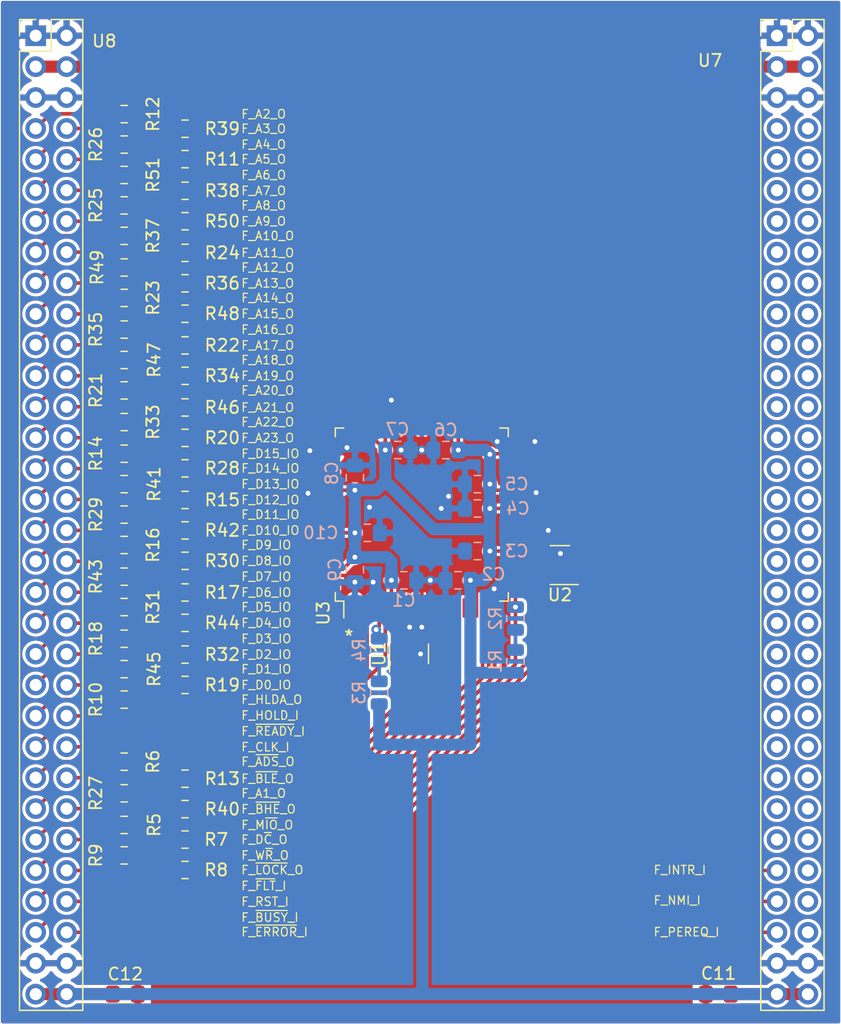
<source format=kicad_pcb>
(kicad_pcb (version 20171130) (host pcbnew "(5.1.6)-1")
  (layers (0 F.Cu signal) (31 B.Cu signal) (34 B.Paste user) (35 F.Paste user) (36 B.SilkS user) (37 F.SilkS user) (38 B.Mask user) (39 F.Mask user) (44 Edge.Cuts user))
  (net 0 "")
  (net 1 +5V)
  (net 2 "Net-(R1-Pad1)")
  (net 3 "Net-(R2-Pad1)")
  (net 4 "Net-(R3-Pad1)")
  (net 5 "Net-(R4-Pad1)")
  (net 6 "Net-(R5-Pad1)")
  (net 7 /F_M~IO~_O)
  (net 8 "Net-(R6-Pad1)")
  (net 9 /F_~ADS~_O)
  (net 10 /F_D~C~_O)
  (net 11 "Net-(R7-Pad1)")
  (net 12 /F_~LOCK~_O)
  (net 13 "Net-(R9-Pad1)")
  (net 14 /F_W~R~_O)
  (net 15 /F_HLDA_O)
  (net 16 "Net-(R10-Pad1)")
  (net 17 /F_A5_O)
  (net 18 "Net-(R11-Pad2)")
  (net 19 "Net-(R12-Pad2)")
  (net 20 /F_A2_O)
  (net 21 /F_~BLE~_O)
  (net 22 "Net-(R13-Pad2)")
  (net 23 /F_D15_IO)
  (net 24 "Net-(R14-Pad2)")
  (net 25 /F_D12_IO)
  (net 26 "Net-(R15-Pad2)")
  (net 27 "Net-(R16-Pad2)")
  (net 28 /F_D9_IO)
  (net 29 /F_D6_IO)
  (net 30 "Net-(R17-Pad2)")
  (net 31 "Net-(R18-Pad2)")
  (net 32 /F_D3_IO)
  (net 33 "Net-(R19-Pad2)")
  (net 34 /F_D0_IO)
  (net 35 "Net-(R20-Pad2)")
  (net 36 /F_A23_O)
  (net 37 "Net-(R21-Pad2)")
  (net 38 /F_A20_O)
  (net 39 /F_A17_O)
  (net 40 "Net-(R22-Pad2)")
  (net 41 "Net-(R23-Pad2)")
  (net 42 /F_A14_O)
  (net 43 /F_A11_O)
  (net 44 "Net-(R24-Pad2)")
  (net 45 "Net-(R25-Pad2)")
  (net 46 /F_A8_O)
  (net 47 "Net-(R26-Pad2)")
  (net 48 /F_A4_O)
  (net 49 /F_A1_O)
  (net 50 "Net-(R27-Pad2)")
  (net 51 "Net-(R28-Pad2)")
  (net 52 /F_D14_IO)
  (net 53 "Net-(R29-Pad2)")
  (net 54 /F_D11_IO)
  (net 55 /F_D8_IO)
  (net 56 "Net-(R30-Pad2)")
  (net 57 "Net-(R31-Pad2)")
  (net 58 /F_D5_IO)
  (net 59 /F_D2_IO)
  (net 60 "Net-(R32-Pad2)")
  (net 61 /F_A22_O)
  (net 62 "Net-(R33-Pad2)")
  (net 63 /F_A19_O)
  (net 64 "Net-(R34-Pad2)")
  (net 65 "Net-(R35-Pad2)")
  (net 66 /F_A16_O)
  (net 67 /F_A13_O)
  (net 68 "Net-(R36-Pad2)")
  (net 69 "Net-(R37-Pad2)")
  (net 70 /F_A10_O)
  (net 71 /F_A7_O)
  (net 72 "Net-(R38-Pad2)")
  (net 73 /F_A3_O)
  (net 74 "Net-(R39-Pad2)")
  (net 75 "Net-(R40-Pad2)")
  (net 76 /F_~BHE~_O)
  (net 77 "Net-(R41-Pad2)")
  (net 78 /F_D13_IO)
  (net 79 /F_D10_IO)
  (net 80 "Net-(R42-Pad2)")
  (net 81 "Net-(R43-Pad2)")
  (net 82 /F_D7_IO)
  (net 83 /F_D4_IO)
  (net 84 "Net-(R44-Pad2)")
  (net 85 /F_D1_IO)
  (net 86 "Net-(R45-Pad2)")
  (net 87 "Net-(R46-Pad2)")
  (net 88 /F_A21_O)
  (net 89 "Net-(R47-Pad2)")
  (net 90 /F_A18_O)
  (net 91 /F_A15_O)
  (net 92 "Net-(R48-Pad2)")
  (net 93 "Net-(R49-Pad2)")
  (net 94 /F_A12_O)
  (net 95 /F_A9_O)
  (net 96 "Net-(R50-Pad2)")
  (net 97 "Net-(R51-Pad2)")
  (net 98 /F_A6_O)
  (net 99 "Net-(U1-Pad4)")
  (net 100 /F_CLK_I)
  (net 101 /F_RST_I)
  (net 102 "Net-(U2-Pad4)")
  (net 103 /F_HOLD_I)
  (net 104 /F_~READY~_I)
  (net 105 /F_~FLT~_I)
  (net 106 /F_~BUSY~_I)
  (net 107 /F_~ERROR~_I)
  (net 108 /F_PEREQ_I)
  (net 109 /F_NMI_I)
  (net 110 /F_INTR_I)
  (net 111 +3V3)
  (net 112 GND)
  (net 113 /60)
  (net 114 /58)
  (net 115 /56)
  (net 116 /54)
  (net 117 /53)
  (net 118 /52)
  (net 119 /51)
  (net 120 /50)
  (net 121 /49)
  (net 122 /48)
  (net 123 /47)
  (net 124 /46)
  (net 125 /45)
  (net 126 /44)
  (net 127 /43)
  (net 128 /42)
  (net 129 /41)
  (net 130 /40)
  (net 131 /39)
  (net 132 /38)
  (net 133 /37)
  (net 134 /36)
  (net 135 /35)
  (net 136 /34)
  (net 137 /33)
  (net 138 /32)
  (net 139 /31)
  (net 140 /30)
  (net 141 /29)
  (net 142 /28)
  (net 143 /27)
  (net 144 /26)
  (net 145 /25)
  (net 146 /24)
  (net 147 /23)
  (net 148 /22)
  (net 149 /21)
  (net 150 /20)
  (net 151 /19)
  (net 152 /18)
  (net 153 /17)
  (net 154 /16)
  (net 155 /15)
  (net 156 /14)
  (net 157 /13)
  (net 158 /12)
  (net 159 /11)
  (net 160 /10)
  (net 161 /9)
  (net 162 /8)
  (net 163 /7)
  (module Capacitor_SMD:C_0805_2012Metric_Pad1.15x1.40mm_HandSolder (layer B.Cu) (at 62.125 72.7)
    (fp_text reference C1 (at 0 1.65) (layer B.SilkS) (effects (justify mirror)))
    (fp_text value 100n)
    (pad 2 smd roundrect (at 1.025 0) (size 1.15 1.4) (layers B.Cu B.Paste B.Mask) (roundrect_rratio 0.217391) (net 112 GND))
    (pad 1 smd roundrect (at -1.025 0) (size 1.15 1.4) (layers B.Cu B.Paste B.Mask) (roundrect_rratio 0.217391) (net 1 +5V))
  )
  (module Capacitor_SMD:C_0805_2012Metric_Pad1.15x1.40mm_HandSolder (layer B.Cu) (at 66.575 72.7 180)
    (fp_text reference C2 (at -2.925 0.5) (layer B.SilkS) (effects (justify mirror)))
    (fp_text value 100n)
    (pad 1 smd roundrect (at -1.025 0 180) (size 1.15 1.4) (layers B.Cu B.Paste B.Mask) (roundrect_rratio 0.217391) (net 1 +5V))
    (pad 2 smd roundrect (at 1.025 0 180) (size 1.15 1.4) (layers B.Cu B.Paste B.Mask) (roundrect_rratio 0.217391) (net 112 GND))
  )
  (module Capacitor_SMD:C_0805_2012Metric_Pad1.15x1.40mm_HandSolder (layer B.Cu) (at 68.175 70.3 180)
    (fp_text reference C3 (at -3.225 0) (layer B.SilkS) (effects (justify mirror)))
    (fp_text value 100n)
    (pad 1 smd roundrect (at -1.025 0 180) (size 1.15 1.4) (layers B.Cu B.Paste B.Mask) (roundrect_rratio 0.217391) (net 1 +5V))
    (pad 2 smd roundrect (at 1.025 0 180) (size 1.15 1.4) (layers B.Cu B.Paste B.Mask) (roundrect_rratio 0.217391) (net 112 GND))
  )
  (module Capacitor_SMD:C_0805_2012Metric_Pad1.15x1.40mm_HandSolder (layer B.Cu) (at 68.175 66.8 180)
    (fp_text reference C4 (at -3.325 0) (layer B.SilkS) (effects (justify mirror)))
    (fp_text value 100n)
    (pad 2 smd roundrect (at 1.025 0 180) (size 1.15 1.4) (layers B.Cu B.Paste B.Mask) (roundrect_rratio 0.217391) (net 112 GND))
    (pad 1 smd roundrect (at -1.025 0 180) (size 1.15 1.4) (layers B.Cu B.Paste B.Mask) (roundrect_rratio 0.217391) (net 1 +5V))
  )
  (module Capacitor_SMD:C_0805_2012Metric_Pad1.15x1.40mm_HandSolder (layer B.Cu) (at 68.175 64.8 180)
    (fp_text reference C5 (at -3.225 0) (layer B.SilkS) (effects (justify mirror)))
    (fp_text value 100n)
    (pad 1 smd roundrect (at -1.025 0 180) (size 1.15 1.4) (layers B.Cu B.Paste B.Mask) (roundrect_rratio 0.217391) (net 1 +5V))
    (pad 2 smd roundrect (at 1.025 0 180) (size 1.15 1.4) (layers B.Cu B.Paste B.Mask) (roundrect_rratio 0.217391) (net 112 GND))
  )
  (module Capacitor_SMD:C_0805_2012Metric_Pad1.15x1.40mm_HandSolder (layer B.Cu) (at 65.575 62 180)
    (fp_text reference C6 (at 0 1.65) (layer B.SilkS) (effects (justify mirror)))
    (fp_text value 100n)
    (pad 1 smd roundrect (at -1.025 0 180) (size 1.15 1.4) (layers B.Cu B.Paste B.Mask) (roundrect_rratio 0.217391) (net 1 +5V))
    (pad 2 smd roundrect (at 1.025 0 180) (size 1.15 1.4) (layers B.Cu B.Paste B.Mask) (roundrect_rratio 0.217391) (net 112 GND))
  )
  (module Capacitor_SMD:C_0805_2012Metric_Pad1.15x1.40mm_HandSolder (layer B.Cu) (at 61.625 62)
    (fp_text reference C7 (at -0.025 -1.7 180) (layer B.SilkS) (effects (justify mirror)))
    (fp_text value 100n)
    (pad 2 smd roundrect (at 1.025 0) (size 1.15 1.4) (layers B.Cu B.Paste B.Mask) (roundrect_rratio 0.217391) (net 112 GND))
    (pad 1 smd roundrect (at -1.025 0) (size 1.15 1.4) (layers B.Cu B.Paste B.Mask) (roundrect_rratio 0.217391) (net 1 +5V))
  )
  (module Capacitor_SMD:C_0805_2012Metric_Pad1.15x1.40mm_HandSolder (layer B.Cu) (at 58.1 64.275 90)
    (fp_text reference C8 (at 0.375 -1.9 90) (layer B.SilkS) (effects (justify mirror)))
    (fp_text value 100n)
    (pad 2 smd roundrect (at 1.025 0 90) (size 1.15 1.4) (layers B.Cu B.Paste B.Mask) (roundrect_rratio 0.217391) (net 112 GND))
    (pad 1 smd roundrect (at -1.025 0 90) (size 1.15 1.4) (layers B.Cu B.Paste B.Mask) (roundrect_rratio 0.217391) (net 1 +5V))
  )
  (module Capacitor_SMD:C_0805_2012Metric_Pad1.15x1.40mm_HandSolder (layer B.Cu) (at 58.1 71.825 270)
    (fp_text reference C9 (at 0 1.65 90) (layer B.SilkS) (effects (justify mirror)))
    (fp_text value 100n)
    (pad 1 smd roundrect (at -1.025 0 270) (size 1.15 1.4) (layers B.Cu B.Paste B.Mask) (roundrect_rratio 0.217391) (net 1 +5V))
    (pad 2 smd roundrect (at 1.025 0 270) (size 1.15 1.4) (layers B.Cu B.Paste B.Mask) (roundrect_rratio 0.217391) (net 112 GND))
  )
  (module Capacitor_SMD:C_0805_2012Metric_Pad1.15x1.40mm_HandSolder (layer B.Cu) (at 59.125 68.8)
    (fp_text reference C10 (at -3.825 0) (layer B.SilkS) (effects (justify mirror)))
    (fp_text value 100n)
    (pad 1 smd roundrect (at -1.025 0) (size 1.15 1.4) (layers B.Cu B.Paste B.Mask) (roundrect_rratio 0.217391) (net 1 +5V))
    (pad 2 smd roundrect (at 1.025 0) (size 1.15 1.4) (layers B.Cu B.Paste B.Mask) (roundrect_rratio 0.217391) (net 112 GND))
  )
  (module Capacitor_SMD:C_0805_2012Metric_Pad1.15x1.40mm_HandSolder (layer F.Cu) (at 87.975 106.7 180)
    (fp_text reference C11 (at -0.025 1.7) (layer F.SilkS))
    (fp_text value 100n)
    (pad 2 smd roundrect (at 1.025 0 180) (size 1.15 1.4) (layers F.Cu F.Paste F.Mask) (roundrect_rratio 0.217391) (net 112 GND))
    (pad 1 smd roundrect (at -1.025 0 180) (size 1.15 1.4) (layers F.Cu F.Paste F.Mask) (roundrect_rratio 0.217391) (net 1 +5V))
  )
  (module Capacitor_SMD:C_0805_2012Metric_Pad1.15x1.40mm_HandSolder (layer F.Cu) (at 39.225 106.7)
    (fp_text reference C12 (at 0 -1.65) (layer F.SilkS))
    (fp_text value 100n)
    (pad 1 smd roundrect (at -1.025 0) (size 1.15 1.4) (layers F.Cu F.Paste F.Mask) (roundrect_rratio 0.217391) (net 1 +5V))
    (pad 2 smd roundrect (at 1.025 0) (size 1.15 1.4) (layers F.Cu F.Paste F.Mask) (roundrect_rratio 0.217391) (net 112 GND))
  )
  (module Package_SO:TSOP-5_1.65x3.05mm_P0.95mm (layer F.Cu) (at 62.55 78.74 90)
    (fp_text reference U1 (at 0 -2.45 90) (layer F.SilkS))
    (fp_text value 74LVC1G17GW)
    (pad 5 smd rect (at 1.16 -0.95 90) (size 0.7 0.51) (layers F.Cu F.Paste F.Mask) (net 1 +5V))
    (pad 4 smd rect (at 1.16 0.95 90) (size 0.7 0.51) (layers F.Cu F.Paste F.Mask) (net 99 "Net-(U1-Pad4)"))
    (pad 3 smd rect (at -1.16 0.95 90) (size 0.7 0.51) (layers F.Cu F.Paste F.Mask) (net 112 GND))
    (pad 2 smd rect (at -1.16 0 90) (size 0.7 0.51) (layers F.Cu F.Paste F.Mask) (net 100 /F_CLK_I))
    (pad 1 smd rect (at -1.16 -0.95 90) (size 0.7 0.51) (layers F.Cu F.Paste F.Mask))
  )
  (module Package_SO:TSOP-5_1.65x3.05mm_P0.95mm (layer F.Cu) (at 74.96 71.45 180)
    (fp_text reference U2 (at 0 -2.45) (layer F.SilkS))
    (fp_text value 74LVC1G17GW)
    (pad 1 smd rect (at -1.16 -0.95 180) (size 0.7 0.51) (layers F.Cu F.Paste F.Mask))
    (pad 2 smd rect (at -1.16 0 180) (size 0.7 0.51) (layers F.Cu F.Paste F.Mask) (net 101 /F_RST_I))
    (pad 3 smd rect (at -1.16 0.95 180) (size 0.7 0.51) (layers F.Cu F.Paste F.Mask) (net 112 GND))
    (pad 4 smd rect (at 1.16 0.95 180) (size 0.7 0.51) (layers F.Cu F.Paste F.Mask) (net 102 "Net-(U2-Pad4)"))
    (pad 5 smd rect (at 1.16 -0.95 180) (size 0.7 0.51) (layers F.Cu F.Paste F.Mask) (net 1 +5V))
  )
  (module Package_QFP:LQFP-100_14x14mm_P0.5mm (layer F.Cu) (at 63.6 67.3 90)
    (fp_text reference U3 (at -8.1 -8.1 90) (layer F.SilkS))
    (fp_text value i386SX)
    (pad 1 smd roundrect (at -7.675 -6 90) (size 1.6 0.3) (layers F.Cu F.Paste F.Mask) (net 33 "Net-(R19-Pad2)"))
    (pad 2 smd roundrect (at -7.675 -5.5 90) (size 1.6 0.3) (layers F.Cu F.Paste F.Mask) (net 112 GND))
    (pad 3 smd roundrect (at -7.675 -5 90) (size 1.6 0.3) (layers F.Cu F.Paste F.Mask) (net 16 "Net-(R10-Pad1)"))
    (pad 4 smd roundrect (at -7.675 -4.5 90) (size 1.6 0.3) (layers F.Cu F.Paste F.Mask) (net 103 /F_HOLD_I))
    (pad 5 smd roundrect (at -7.675 -4 90) (size 1.6 0.3) (layers F.Cu F.Paste F.Mask) (net 112 GND))
    (pad 6 smd roundrect (at -7.675 -3.5 90) (size 1.6 0.3) (layers F.Cu F.Paste F.Mask) (net 5 "Net-(R4-Pad1)"))
    (pad 7 smd roundrect (at -7.675 -3 90) (size 1.6 0.3) (layers F.Cu F.Paste F.Mask) (net 104 /F_~READY~_I))
    (pad 8 smd roundrect (at -7.675 -2.5 90) (size 1.6 0.3) (layers F.Cu F.Paste F.Mask) (net 1 +5V))
    (pad 9 smd roundrect (at -7.675 -2 90) (size 1.6 0.3) (layers F.Cu F.Paste F.Mask) (net 1 +5V))
    (pad 10 smd roundrect (at -7.675 -1.5 90) (size 1.6 0.3) (layers F.Cu F.Paste F.Mask) (net 1 +5V))
    (pad 11 smd roundrect (at -7.675 -1 90) (size 1.6 0.3) (layers F.Cu F.Paste F.Mask) (net 112 GND))
    (pad 12 smd roundrect (at -7.675 -0.5 90) (size 1.6 0.3) (layers F.Cu F.Paste F.Mask) (net 112 GND))
    (pad 13 smd roundrect (at -7.675 0 90) (size 1.6 0.3) (layers F.Cu F.Paste F.Mask) (net 112 GND))
    (pad 14 smd roundrect (at -7.675 0.5 90) (size 1.6 0.3) (layers F.Cu F.Paste F.Mask) (net 112 GND))
    (pad 15 smd roundrect (at -7.675 1 90) (size 1.6 0.3) (layers F.Cu F.Paste F.Mask) (net 99 "Net-(U1-Pad4)"))
    (pad 16 smd roundrect (at -7.675 1.5 90) (size 1.6 0.3) (layers F.Cu F.Paste F.Mask) (net 8 "Net-(R6-Pad1)"))
    (pad 17 smd roundrect (at -7.675 2 90) (size 1.6 0.3) (layers F.Cu F.Paste F.Mask) (net 22 "Net-(R13-Pad2)"))
    (pad 18 smd roundrect (at -7.675 2.5 90) (size 1.6 0.3) (layers F.Cu F.Paste F.Mask) (net 50 "Net-(R27-Pad2)"))
    (pad 19 smd roundrect (at -7.675 3 90) (size 1.6 0.3) (layers F.Cu F.Paste F.Mask) (net 75 "Net-(R40-Pad2)"))
    (pad 20 smd roundrect (at -7.675 3.5 90) (size 1.6 0.3) (layers F.Cu F.Paste F.Mask))
    (pad 21 smd roundrect (at -7.675 4 90) (size 1.6 0.3) (layers F.Cu F.Paste F.Mask) (net 1 +5V))
    (pad 22 smd roundrect (at -7.675 4.5 90) (size 1.6 0.3) (layers F.Cu F.Paste F.Mask) (net 112 GND))
    (pad 23 smd roundrect (at -7.675 5 90) (size 1.6 0.3) (layers F.Cu F.Paste F.Mask) (net 6 "Net-(R5-Pad1)"))
    (pad 24 smd roundrect (at -7.675 5.5 90) (size 1.6 0.3) (layers F.Cu F.Paste F.Mask) (net 11 "Net-(R7-Pad1)"))
    (pad 25 smd roundrect (at -7.675 6 90) (size 1.6 0.3) (layers F.Cu F.Paste F.Mask) (net 13 "Net-(R9-Pad1)"))
    (pad 26 smd roundrect (at -6 7.675 90) (size 0.3 1.6) (layers F.Cu F.Paste F.Mask) (net 3 "Net-(R2-Pad1)"))
    (pad 27 smd roundrect (at -5.5 7.675 90) (size 0.3 1.6) (layers F.Cu F.Paste F.Mask))
    (pad 28 smd roundrect (at -5 7.675 90) (size 0.3 1.6) (layers F.Cu F.Paste F.Mask) (net 105 /F_~FLT~_I))
    (pad 29 smd roundrect (at -4.5 7.675 90) (size 0.3 1.6) (layers F.Cu F.Paste F.Mask))
    (pad 30 smd roundrect (at -4 7.675 90) (size 0.3 1.6) (layers F.Cu F.Paste F.Mask))
    (pad 31 smd roundrect (at -3.5 7.675 90) (size 0.3 1.6) (layers F.Cu F.Paste F.Mask))
    (pad 32 smd roundrect (at -3 7.675 90) (size 0.3 1.6) (layers F.Cu F.Paste F.Mask) (net 1 +5V))
    (pad 33 smd roundrect (at -2.5 7.675 90) (size 0.3 1.6) (layers F.Cu F.Paste F.Mask) (net 102 "Net-(U2-Pad4)"))
    (pad 34 smd roundrect (at -2 7.675 90) (size 0.3 1.6) (layers F.Cu F.Paste F.Mask) (net 106 /F_~BUSY~_I))
    (pad 35 smd roundrect (at -1.5 7.675 90) (size 0.3 1.6) (layers F.Cu F.Paste F.Mask) (net 112 GND))
    (pad 36 smd roundrect (at -1 7.675 90) (size 0.3 1.6) (layers F.Cu F.Paste F.Mask) (net 107 /F_~ERROR~_I))
    (pad 37 smd roundrect (at -0.5 7.675 90) (size 0.3 1.6) (layers F.Cu F.Paste F.Mask) (net 108 /F_PEREQ_I))
    (pad 38 smd roundrect (at 0 7.675 90) (size 0.3 1.6) (layers F.Cu F.Paste F.Mask) (net 109 /F_NMI_I))
    (pad 39 smd roundrect (at 0.5 7.675 90) (size 0.3 1.6) (layers F.Cu F.Paste F.Mask) (net 1 +5V))
    (pad 40 smd roundrect (at 1 7.675 90) (size 0.3 1.6) (layers F.Cu F.Paste F.Mask) (net 110 /F_INTR_I))
    (pad 41 smd roundrect (at 1.5 7.675 90) (size 0.3 1.6) (layers F.Cu F.Paste F.Mask) (net 112 GND))
    (pad 42 smd roundrect (at 2 7.675 90) (size 0.3 1.6) (layers F.Cu F.Paste F.Mask) (net 1 +5V))
    (pad 43 smd roundrect (at 2.5 7.675 90) (size 0.3 1.6) (layers F.Cu F.Paste F.Mask))
    (pad 44 smd roundrect (at 3 7.675 90) (size 0.3 1.6) (layers F.Cu F.Paste F.Mask))
    (pad 45 smd roundrect (at 3.5 7.675 90) (size 0.3 1.6) (layers F.Cu F.Paste F.Mask))
    (pad 46 smd roundrect (at 4 7.675 90) (size 0.3 1.6) (layers F.Cu F.Paste F.Mask))
    (pad 47 smd roundrect (at 4.5 7.675 90) (size 0.3 1.6) (layers F.Cu F.Paste F.Mask))
    (pad 48 smd roundrect (at 5 7.675 90) (size 0.3 1.6) (layers F.Cu F.Paste F.Mask) (net 1 +5V))
    (pad 49 smd roundrect (at 5.5 7.675 90) (size 0.3 1.6) (layers F.Cu F.Paste F.Mask) (net 112 GND))
    (pad 50 smd roundrect (at 6 7.675 90) (size 0.3 1.6) (layers F.Cu F.Paste F.Mask) (net 112 GND))
    (pad 51 smd roundrect (at 7.675 6 90) (size 1.6 0.3) (layers F.Cu F.Paste F.Mask) (net 19 "Net-(R12-Pad2)"))
    (pad 52 smd roundrect (at 7.675 5.5 90) (size 1.6 0.3) (layers F.Cu F.Paste F.Mask) (net 74 "Net-(R39-Pad2)"))
    (pad 53 smd roundrect (at 7.675 5 90) (size 1.6 0.3) (layers F.Cu F.Paste F.Mask) (net 47 "Net-(R26-Pad2)"))
    (pad 54 smd roundrect (at 7.675 4.5 90) (size 1.6 0.3) (layers F.Cu F.Paste F.Mask) (net 18 "Net-(R11-Pad2)"))
    (pad 55 smd roundrect (at 7.675 4 90) (size 1.6 0.3) (layers F.Cu F.Paste F.Mask) (net 97 "Net-(R51-Pad2)"))
    (pad 56 smd roundrect (at 7.675 3.5 90) (size 1.6 0.3) (layers F.Cu F.Paste F.Mask) (net 72 "Net-(R38-Pad2)"))
    (pad 57 smd roundrect (at 7.675 3 90) (size 1.6 0.3) (layers F.Cu F.Paste F.Mask) (net 1 +5V))
    (pad 58 smd roundrect (at 7.675 2.5 90) (size 1.6 0.3) (layers F.Cu F.Paste F.Mask) (net 45 "Net-(R25-Pad2)"))
    (pad 59 smd roundrect (at 7.675 2 90) (size 1.6 0.3) (layers F.Cu F.Paste F.Mask) (net 96 "Net-(R50-Pad2)"))
    (pad 60 smd roundrect (at 7.675 1.5 90) (size 1.6 0.3) (layers F.Cu F.Paste F.Mask) (net 69 "Net-(R37-Pad2)"))
    (pad 61 smd roundrect (at 7.675 1 90) (size 1.6 0.3) (layers F.Cu F.Paste F.Mask) (net 44 "Net-(R24-Pad2)"))
    (pad 62 smd roundrect (at 7.675 0.5 90) (size 1.6 0.3) (layers F.Cu F.Paste F.Mask) (net 93 "Net-(R49-Pad2)"))
    (pad 63 smd roundrect (at 7.675 0 90) (size 1.6 0.3) (layers F.Cu F.Paste F.Mask) (net 112 GND))
    (pad 64 smd roundrect (at 7.675 -0.5 90) (size 1.6 0.3) (layers F.Cu F.Paste F.Mask) (net 68 "Net-(R36-Pad2)"))
    (pad 65 smd roundrect (at 7.675 -1 90) (size 1.6 0.3) (layers F.Cu F.Paste F.Mask) (net 41 "Net-(R23-Pad2)"))
    (pad 66 smd roundrect (at 7.675 -1.5 90) (size 1.6 0.3) (layers F.Cu F.Paste F.Mask) (net 92 "Net-(R48-Pad2)"))
    (pad 67 smd roundrect (at 7.675 -2 90) (size 1.6 0.3) (layers F.Cu F.Paste F.Mask) (net 112 GND))
    (pad 68 smd roundrect (at 7.675 -2.5 90) (size 1.6 0.3) (layers F.Cu F.Paste F.Mask) (net 112 GND))
    (pad 69 smd roundrect (at 7.675 -3 90) (size 1.6 0.3) (layers F.Cu F.Paste F.Mask) (net 1 +5V))
    (pad 70 smd roundrect (at 7.675 -3.5 90) (size 1.6 0.3) (layers F.Cu F.Paste F.Mask) (net 65 "Net-(R35-Pad2)"))
    (pad 71 smd roundrect (at 7.675 -4 90) (size 1.6 0.3) (layers F.Cu F.Paste F.Mask) (net 1 +5V))
    (pad 72 smd roundrect (at 7.675 -4.5 90) (size 1.6 0.3) (layers F.Cu F.Paste F.Mask) (net 40 "Net-(R22-Pad2)"))
    (pad 73 smd roundrect (at 7.675 -5 90) (size 1.6 0.3) (layers F.Cu F.Paste F.Mask) (net 89 "Net-(R47-Pad2)"))
    (pad 74 smd roundrect (at 7.675 -5.5 90) (size 1.6 0.3) (layers F.Cu F.Paste F.Mask) (net 64 "Net-(R34-Pad2)"))
    (pad 75 smd roundrect (at 7.675 -6 90) (size 1.6 0.3) (layers F.Cu F.Paste F.Mask) (net 37 "Net-(R21-Pad2)"))
    (pad 76 smd roundrect (at 6 -7.675 90) (size 0.3 1.6) (layers F.Cu F.Paste F.Mask) (net 87 "Net-(R46-Pad2)"))
    (pad 77 smd roundrect (at 5.5 -7.675 90) (size 0.3 1.6) (layers F.Cu F.Paste F.Mask) (net 112 GND))
    (pad 78 smd roundrect (at 5 -7.675 90) (size 0.3 1.6) (layers F.Cu F.Paste F.Mask) (net 112 GND))
    (pad 79 smd roundrect (at 4.5 -7.675 90) (size 0.3 1.6) (layers F.Cu F.Paste F.Mask) (net 62 "Net-(R33-Pad2)"))
    (pad 80 smd roundrect (at 4 -7.675 90) (size 0.3 1.6) (layers F.Cu F.Paste F.Mask) (net 35 "Net-(R20-Pad2)"))
    (pad 81 smd roundrect (at 3.5 -7.675 90) (size 0.3 1.6) (layers F.Cu F.Paste F.Mask) (net 24 "Net-(R14-Pad2)"))
    (pad 82 smd roundrect (at 3 -7.675 90) (size 0.3 1.6) (layers F.Cu F.Paste F.Mask) (net 51 "Net-(R28-Pad2)"))
    (pad 83 smd roundrect (at 2.5 -7.675 90) (size 0.3 1.6) (layers F.Cu F.Paste F.Mask) (net 77 "Net-(R41-Pad2)"))
    (pad 84 smd roundrect (at 2 -7.675 90) (size 0.3 1.6) (layers F.Cu F.Paste F.Mask) (net 1 +5V))
    (pad 85 smd roundrect (at 1.5 -7.675 90) (size 0.3 1.6) (layers F.Cu F.Paste F.Mask) (net 112 GND))
    (pad 86 smd roundrect (at 1 -7.675 90) (size 0.3 1.6) (layers F.Cu F.Paste F.Mask) (net 26 "Net-(R15-Pad2)"))
    (pad 87 smd roundrect (at 0.5 -7.675 90) (size 0.3 1.6) (layers F.Cu F.Paste F.Mask) (net 53 "Net-(R29-Pad2)"))
    (pad 88 smd roundrect (at 0 -7.675 90) (size 0.3 1.6) (layers F.Cu F.Paste F.Mask) (net 80 "Net-(R42-Pad2)"))
    (pad 89 smd roundrect (at -0.5 -7.675 90) (size 0.3 1.6) (layers F.Cu F.Paste F.Mask) (net 27 "Net-(R16-Pad2)"))
    (pad 90 smd roundrect (at -1 -7.675 90) (size 0.3 1.6) (layers F.Cu F.Paste F.Mask) (net 56 "Net-(R30-Pad2)"))
    (pad 91 smd roundrect (at -1.5 -7.675 90) (size 0.3 1.6) (layers F.Cu F.Paste F.Mask) (net 1 +5V))
    (pad 92 smd roundrect (at -2 -7.675 90) (size 0.3 1.6) (layers F.Cu F.Paste F.Mask) (net 81 "Net-(R43-Pad2)"))
    (pad 93 smd roundrect (at -2.5 -7.675 90) (size 0.3 1.6) (layers F.Cu F.Paste F.Mask) (net 30 "Net-(R17-Pad2)"))
    (pad 94 smd roundrect (at -3 -7.675 90) (size 0.3 1.6) (layers F.Cu F.Paste F.Mask) (net 57 "Net-(R31-Pad2)"))
    (pad 95 smd roundrect (at -3.5 -7.675 90) (size 0.3 1.6) (layers F.Cu F.Paste F.Mask) (net 84 "Net-(R44-Pad2)"))
    (pad 96 smd roundrect (at -4 -7.675 90) (size 0.3 1.6) (layers F.Cu F.Paste F.Mask) (net 31 "Net-(R18-Pad2)"))
    (pad 97 smd roundrect (at -4.5 -7.675 90) (size 0.3 1.6) (layers F.Cu F.Paste F.Mask) (net 1 +5V))
    (pad 98 smd roundrect (at -5 -7.675 90) (size 0.3 1.6) (layers F.Cu F.Paste F.Mask) (net 112 GND))
    (pad 99 smd roundrect (at -5.5 -7.675 90) (size 0.3 1.6) (layers F.Cu F.Paste F.Mask) (net 60 "Net-(R32-Pad2)"))
    (pad 100 smd roundrect (at -6 -7.675 90) (size 0.3 1.6) (layers F.Cu F.Paste F.Mask) (net 86 "Net-(R45-Pad2)"))
  )
  (module Connector_PinHeader_2.54mm:PinHeader_2x32_P2.54mm_Vertical (layer F.Cu) (at 92.8 27.96)
    (fp_text reference U7 (at -5.5 2.04) (layer F.SilkS))
    (fp_text value Conn_02x32_Odd_Even)
    (pad 64 thru_hole oval (at 2.54 78.74) (size 1.7 1.7) (drill 1) (layers *.Cu *.Mask) (net 1 +5V))
    (pad 63 thru_hole oval (at 0 78.74) (size 1.7 1.7) (drill 1) (layers *.Cu *.Mask) (net 1 +5V))
    (pad 62 thru_hole oval (at 2.54 76.2) (size 1.7 1.7) (drill 1) (layers *.Cu *.Mask) (net 112 GND))
    (pad 61 thru_hole oval (at 0 76.2) (size 1.7 1.7) (drill 1) (layers *.Cu *.Mask) (net 112 GND))
    (pad 60 thru_hole oval (at 2.54 73.66) (size 1.7 1.7) (drill 1) (layers *.Cu *.Mask) (net 113 /60))
    (pad 59 thru_hole oval (at 0 73.66) (size 1.7 1.7) (drill 1) (layers *.Cu *.Mask) (net 108 /F_PEREQ_I))
    (pad 58 thru_hole oval (at 2.54 71.12) (size 1.7 1.7) (drill 1) (layers *.Cu *.Mask) (net 114 /58))
    (pad 57 thru_hole oval (at 0 71.12) (size 1.7 1.7) (drill 1) (layers *.Cu *.Mask) (net 109 /F_NMI_I))
    (pad 56 thru_hole oval (at 2.54 68.58) (size 1.7 1.7) (drill 1) (layers *.Cu *.Mask) (net 115 /56))
    (pad 55 thru_hole oval (at 0 68.58) (size 1.7 1.7) (drill 1) (layers *.Cu *.Mask) (net 110 /F_INTR_I))
    (pad 54 thru_hole oval (at 2.54 66.04) (size 1.7 1.7) (drill 1) (layers *.Cu *.Mask) (net 116 /54))
    (pad 53 thru_hole oval (at 0 66.04) (size 1.7 1.7) (drill 1) (layers *.Cu *.Mask) (net 117 /53))
    (pad 52 thru_hole oval (at 2.54 63.5) (size 1.7 1.7) (drill 1) (layers *.Cu *.Mask) (net 118 /52))
    (pad 51 thru_hole oval (at 0 63.5) (size 1.7 1.7) (drill 1) (layers *.Cu *.Mask) (net 119 /51))
    (pad 50 thru_hole oval (at 2.54 60.96) (size 1.7 1.7) (drill 1) (layers *.Cu *.Mask) (net 120 /50))
    (pad 49 thru_hole oval (at 0 60.96) (size 1.7 1.7) (drill 1) (layers *.Cu *.Mask) (net 121 /49))
    (pad 48 thru_hole oval (at 2.54 58.42) (size 1.7 1.7) (drill 1) (layers *.Cu *.Mask) (net 122 /48))
    (pad 47 thru_hole oval (at 0 58.42) (size 1.7 1.7) (drill 1) (layers *.Cu *.Mask) (net 123 /47))
    (pad 46 thru_hole oval (at 2.54 55.88) (size 1.7 1.7) (drill 1) (layers *.Cu *.Mask) (net 124 /46))
    (pad 45 thru_hole oval (at 0 55.88) (size 1.7 1.7) (drill 1) (layers *.Cu *.Mask) (net 125 /45))
    (pad 44 thru_hole oval (at 2.54 53.34) (size 1.7 1.7) (drill 1) (layers *.Cu *.Mask) (net 126 /44))
    (pad 43 thru_hole oval (at 0 53.34) (size 1.7 1.7) (drill 1) (layers *.Cu *.Mask) (net 127 /43))
    (pad 42 thru_hole oval (at 2.54 50.8) (size 1.7 1.7) (drill 1) (layers *.Cu *.Mask) (net 128 /42))
    (pad 41 thru_hole oval (at 0 50.8) (size 1.7 1.7) (drill 1) (layers *.Cu *.Mask) (net 129 /41))
    (pad 40 thru_hole oval (at 2.54 48.26) (size 1.7 1.7) (drill 1) (layers *.Cu *.Mask) (net 130 /40))
    (pad 39 thru_hole oval (at 0 48.26) (size 1.7 1.7) (drill 1) (layers *.Cu *.Mask) (net 131 /39))
    (pad 38 thru_hole oval (at 2.54 45.72) (size 1.7 1.7) (drill 1) (layers *.Cu *.Mask) (net 132 /38))
    (pad 37 thru_hole oval (at 0 45.72) (size 1.7 1.7) (drill 1) (layers *.Cu *.Mask) (net 133 /37))
    (pad 36 thru_hole oval (at 2.54 43.18) (size 1.7 1.7) (drill 1) (layers *.Cu *.Mask) (net 134 /36))
    (pad 35 thru_hole oval (at 0 43.18) (size 1.7 1.7) (drill 1) (layers *.Cu *.Mask) (net 135 /35))
    (pad 34 thru_hole oval (at 2.54 40.64) (size 1.7 1.7) (drill 1) (layers *.Cu *.Mask) (net 136 /34))
    (pad 33 thru_hole oval (at 0 40.64) (size 1.7 1.7) (drill 1) (layers *.Cu *.Mask) (net 137 /33))
    (pad 32 thru_hole oval (at 2.54 38.1) (size 1.7 1.7) (drill 1) (layers *.Cu *.Mask) (net 138 /32))
    (pad 31 thru_hole oval (at 0 38.1) (size 1.7 1.7) (drill 1) (layers *.Cu *.Mask) (net 139 /31))
    (pad 30 thru_hole oval (at 2.54 35.56) (size 1.7 1.7) (drill 1) (layers *.Cu *.Mask) (net 140 /30))
    (pad 29 thru_hole oval (at 0 35.56) (size 1.7 1.7) (drill 1) (layers *.Cu *.Mask) (net 141 /29))
    (pad 28 thru_hole oval (at 2.54 33.02) (size 1.7 1.7) (drill 1) (layers *.Cu *.Mask) (net 142 /28))
    (pad 27 thru_hole oval (at 0 33.02) (size 1.7 1.7) (drill 1) (layers *.Cu *.Mask) (net 143 /27))
    (pad 26 thru_hole oval (at 2.54 30.48) (size 1.7 1.7) (drill 1) (layers *.Cu *.Mask) (net 144 /26))
    (pad 25 thru_hole oval (at 0 30.48) (size 1.7 1.7) (drill 1) (layers *.Cu *.Mask) (net 145 /25))
    (pad 24 thru_hole oval (at 2.54 27.94) (size 1.7 1.7) (drill 1) (layers *.Cu *.Mask) (net 146 /24))
    (pad 23 thru_hole oval (at 0 27.94) (size 1.7 1.7) (drill 1) (layers *.Cu *.Mask) (net 147 /23))
    (pad 22 thru_hole oval (at 2.54 25.4) (size 1.7 1.7) (drill 1) (layers *.Cu *.Mask) (net 148 /22))
    (pad 21 thru_hole oval (at 0 25.4) (size 1.7 1.7) (drill 1) (layers *.Cu *.Mask) (net 149 /21))
    (pad 20 thru_hole oval (at 2.54 22.86) (size 1.7 1.7) (drill 1) (layers *.Cu *.Mask) (net 150 /20))
    (pad 19 thru_hole oval (at 0 22.86) (size 1.7 1.7) (drill 1) (layers *.Cu *.Mask) (net 151 /19))
    (pad 18 thru_hole oval (at 2.54 20.32) (size 1.7 1.7) (drill 1) (layers *.Cu *.Mask) (net 152 /18))
    (pad 17 thru_hole oval (at 0 20.32) (size 1.7 1.7) (drill 1) (layers *.Cu *.Mask) (net 153 /17))
    (pad 16 thru_hole oval (at 2.54 17.78) (size 1.7 1.7) (drill 1) (layers *.Cu *.Mask) (net 154 /16))
    (pad 15 thru_hole oval (at 0 17.78) (size 1.7 1.7) (drill 1) (layers *.Cu *.Mask) (net 155 /15))
    (pad 14 thru_hole oval (at 2.54 15.24) (size 1.7 1.7) (drill 1) (layers *.Cu *.Mask) (net 156 /14))
    (pad 13 thru_hole oval (at 0 15.24) (size 1.7 1.7) (drill 1) (layers *.Cu *.Mask) (net 157 /13))
    (pad 12 thru_hole oval (at 2.54 12.7) (size 1.7 1.7) (drill 1) (layers *.Cu *.Mask) (net 158 /12))
    (pad 11 thru_hole oval (at 0 12.7) (size 1.7 1.7) (drill 1) (layers *.Cu *.Mask) (net 159 /11))
    (pad 10 thru_hole oval (at 2.54 10.16) (size 1.7 1.7) (drill 1) (layers *.Cu *.Mask) (net 160 /10))
    (pad 9 thru_hole oval (at 0 10.16) (size 1.7 1.7) (drill 1) (layers *.Cu *.Mask) (net 161 /9))
    (pad 8 thru_hole oval (at 2.54 7.62) (size 1.7 1.7) (drill 1) (layers *.Cu *.Mask) (net 162 /8))
    (pad 7 thru_hole oval (at 0 7.62) (size 1.7 1.7) (drill 1) (layers *.Cu *.Mask) (net 163 /7))
    (pad 6 thru_hole oval (at 2.54 5.08) (size 1.7 1.7) (drill 1) (layers *.Cu *.Mask) (net 112 GND))
    (pad 5 thru_hole oval (at 0 5.08) (size 1.7 1.7) (drill 1) (layers *.Cu *.Mask) (net 112 GND))
    (pad 4 thru_hole oval (at 2.54 2.54) (size 1.7 1.7) (drill 1) (layers *.Cu *.Mask) (net 111 +3V3))
    (pad 3 thru_hole oval (at 0 2.54) (size 1.7 1.7) (drill 1) (layers *.Cu *.Mask) (net 111 +3V3))
    (pad 2 thru_hole oval (at 2.54 0) (size 1.7 1.7) (drill 1) (layers *.Cu *.Mask) (net 112 GND))
    (pad 1 thru_hole rect (at 0 0) (size 1.7 1.7) (drill 1) (layers *.Cu *.Mask) (net 112 GND))
  )
  (module Connector_PinHeader_2.54mm:PinHeader_2x32_P2.54mm_Vertical (layer F.Cu) (at 31.86 27.96)
    (fp_text reference U8 (at 5.64 0.44) (layer F.SilkS))
    (fp_text value Conn_02x32_Odd_Even)
    (pad 1 thru_hole rect (at 0 0) (size 1.7 1.7) (drill 1) (layers *.Cu *.Mask) (net 112 GND))
    (pad 2 thru_hole oval (at 2.54 0) (size 1.7 1.7) (drill 1) (layers *.Cu *.Mask) (net 112 GND))
    (pad 3 thru_hole oval (at 0 2.54) (size 1.7 1.7) (drill 1) (layers *.Cu *.Mask) (net 111 +3V3))
    (pad 4 thru_hole oval (at 2.54 2.54) (size 1.7 1.7) (drill 1) (layers *.Cu *.Mask) (net 111 +3V3))
    (pad 5 thru_hole oval (at 0 5.08) (size 1.7 1.7) (drill 1) (layers *.Cu *.Mask) (net 112 GND))
    (pad 6 thru_hole oval (at 2.54 5.08) (size 1.7 1.7) (drill 1) (layers *.Cu *.Mask) (net 112 GND))
    (pad 7 thru_hole oval (at 0 7.62) (size 1.7 1.7) (drill 1) (layers *.Cu *.Mask) (net 20 /F_A2_O))
    (pad 8 thru_hole oval (at 2.54 7.62) (size 1.7 1.7) (drill 1) (layers *.Cu *.Mask) (net 73 /F_A3_O))
    (pad 9 thru_hole oval (at 0 10.16) (size 1.7 1.7) (drill 1) (layers *.Cu *.Mask) (net 48 /F_A4_O))
    (pad 10 thru_hole oval (at 2.54 10.16) (size 1.7 1.7) (drill 1) (layers *.Cu *.Mask) (net 17 /F_A5_O))
    (pad 11 thru_hole oval (at 0 12.7) (size 1.7 1.7) (drill 1) (layers *.Cu *.Mask) (net 98 /F_A6_O))
    (pad 12 thru_hole oval (at 2.54 12.7) (size 1.7 1.7) (drill 1) (layers *.Cu *.Mask) (net 71 /F_A7_O))
    (pad 13 thru_hole oval (at 0 15.24) (size 1.7 1.7) (drill 1) (layers *.Cu *.Mask) (net 46 /F_A8_O))
    (pad 14 thru_hole oval (at 2.54 15.24) (size 1.7 1.7) (drill 1) (layers *.Cu *.Mask) (net 95 /F_A9_O))
    (pad 15 thru_hole oval (at 0 17.78) (size 1.7 1.7) (drill 1) (layers *.Cu *.Mask) (net 70 /F_A10_O))
    (pad 16 thru_hole oval (at 2.54 17.78) (size 1.7 1.7) (drill 1) (layers *.Cu *.Mask) (net 43 /F_A11_O))
    (pad 17 thru_hole oval (at 0 20.32) (size 1.7 1.7) (drill 1) (layers *.Cu *.Mask) (net 94 /F_A12_O))
    (pad 18 thru_hole oval (at 2.54 20.32) (size 1.7 1.7) (drill 1) (layers *.Cu *.Mask) (net 67 /F_A13_O))
    (pad 19 thru_hole oval (at 0 22.86) (size 1.7 1.7) (drill 1) (layers *.Cu *.Mask) (net 42 /F_A14_O))
    (pad 20 thru_hole oval (at 2.54 22.86) (size 1.7 1.7) (drill 1) (layers *.Cu *.Mask) (net 91 /F_A15_O))
    (pad 21 thru_hole oval (at 0 25.4) (size 1.7 1.7) (drill 1) (layers *.Cu *.Mask) (net 66 /F_A16_O))
    (pad 22 thru_hole oval (at 2.54 25.4) (size 1.7 1.7) (drill 1) (layers *.Cu *.Mask) (net 39 /F_A17_O))
    (pad 23 thru_hole oval (at 0 27.94) (size 1.7 1.7) (drill 1) (layers *.Cu *.Mask) (net 90 /F_A18_O))
    (pad 24 thru_hole oval (at 2.54 27.94) (size 1.7 1.7) (drill 1) (layers *.Cu *.Mask) (net 63 /F_A19_O))
    (pad 25 thru_hole oval (at 0 30.48) (size 1.7 1.7) (drill 1) (layers *.Cu *.Mask) (net 38 /F_A20_O))
    (pad 26 thru_hole oval (at 2.54 30.48) (size 1.7 1.7) (drill 1) (layers *.Cu *.Mask) (net 88 /F_A21_O))
    (pad 27 thru_hole oval (at 0 33.02) (size 1.7 1.7) (drill 1) (layers *.Cu *.Mask) (net 61 /F_A22_O))
    (pad 28 thru_hole oval (at 2.54 33.02) (size 1.7 1.7) (drill 1) (layers *.Cu *.Mask) (net 36 /F_A23_O))
    (pad 29 thru_hole oval (at 0 35.56) (size 1.7 1.7) (drill 1) (layers *.Cu *.Mask) (net 23 /F_D15_IO))
    (pad 30 thru_hole oval (at 2.54 35.56) (size 1.7 1.7) (drill 1) (layers *.Cu *.Mask) (net 52 /F_D14_IO))
    (pad 31 thru_hole oval (at 0 38.1) (size 1.7 1.7) (drill 1) (layers *.Cu *.Mask) (net 78 /F_D13_IO))
    (pad 32 thru_hole oval (at 2.54 38.1) (size 1.7 1.7) (drill 1) (layers *.Cu *.Mask) (net 25 /F_D12_IO))
    (pad 33 thru_hole oval (at 0 40.64) (size 1.7 1.7) (drill 1) (layers *.Cu *.Mask) (net 54 /F_D11_IO))
    (pad 34 thru_hole oval (at 2.54 40.64) (size 1.7 1.7) (drill 1) (layers *.Cu *.Mask) (net 79 /F_D10_IO))
    (pad 35 thru_hole oval (at 0 43.18) (size 1.7 1.7) (drill 1) (layers *.Cu *.Mask) (net 28 /F_D9_IO))
    (pad 36 thru_hole oval (at 2.54 43.18) (size 1.7 1.7) (drill 1) (layers *.Cu *.Mask) (net 55 /F_D8_IO))
    (pad 37 thru_hole oval (at 0 45.72) (size 1.7 1.7) (drill 1) (layers *.Cu *.Mask) (net 82 /F_D7_IO))
    (pad 38 thru_hole oval (at 2.54 45.72) (size 1.7 1.7) (drill 1) (layers *.Cu *.Mask) (net 29 /F_D6_IO))
    (pad 39 thru_hole oval (at 0 48.26) (size 1.7 1.7) (drill 1) (layers *.Cu *.Mask) (net 58 /F_D5_IO))
    (pad 40 thru_hole oval (at 2.54 48.26) (size 1.7 1.7) (drill 1) (layers *.Cu *.Mask) (net 83 /F_D4_IO))
    (pad 41 thru_hole oval (at 0 50.8) (size 1.7 1.7) (drill 1) (layers *.Cu *.Mask) (net 32 /F_D3_IO))
    (pad 42 thru_hole oval (at 2.54 50.8) (size 1.7 1.7) (drill 1) (layers *.Cu *.Mask) (net 59 /F_D2_IO))
    (pad 43 thru_hole oval (at 0 53.34) (size 1.7 1.7) (drill 1) (layers *.Cu *.Mask) (net 85 /F_D1_IO))
    (pad 44 thru_hole oval (at 2.54 53.34) (size 1.7 1.7) (drill 1) (layers *.Cu *.Mask) (net 34 /F_D0_IO))
    (pad 45 thru_hole oval (at 0 55.88) (size 1.7 1.7) (drill 1) (layers *.Cu *.Mask) (net 15 /F_HLDA_O))
    (pad 46 thru_hole oval (at 2.54 55.88) (size 1.7 1.7) (drill 1) (layers *.Cu *.Mask) (net 103 /F_HOLD_I))
    (pad 47 thru_hole oval (at 0 58.42) (size 1.7 1.7) (drill 1) (layers *.Cu *.Mask) (net 104 /F_~READY~_I))
    (pad 48 thru_hole oval (at 2.54 58.42) (size 1.7 1.7) (drill 1) (layers *.Cu *.Mask) (net 100 /F_CLK_I))
    (pad 49 thru_hole oval (at 0 60.96) (size 1.7 1.7) (drill 1) (layers *.Cu *.Mask) (net 9 /F_~ADS~_O))
    (pad 50 thru_hole oval (at 2.54 60.96) (size 1.7 1.7) (drill 1) (layers *.Cu *.Mask) (net 21 /F_~BLE~_O))
    (pad 51 thru_hole oval (at 0 63.5) (size 1.7 1.7) (drill 1) (layers *.Cu *.Mask) (net 49 /F_A1_O))
    (pad 52 thru_hole oval (at 2.54 63.5) (size 1.7 1.7) (drill 1) (layers *.Cu *.Mask) (net 76 /F_~BHE~_O))
    (pad 53 thru_hole oval (at 0 66.04) (size 1.7 1.7) (drill 1) (layers *.Cu *.Mask) (net 7 /F_M~IO~_O))
    (pad 54 thru_hole oval (at 2.54 66.04) (size 1.7 1.7) (drill 1) (layers *.Cu *.Mask) (net 10 /F_D~C~_O))
    (pad 55 thru_hole oval (at 0 68.58) (size 1.7 1.7) (drill 1) (layers *.Cu *.Mask) (net 14 /F_W~R~_O))
    (pad 56 thru_hole oval (at 2.54 68.58) (size 1.7 1.7) (drill 1) (layers *.Cu *.Mask) (net 12 /F_~LOCK~_O))
    (pad 57 thru_hole oval (at 0 71.12) (size 1.7 1.7) (drill 1) (layers *.Cu *.Mask) (net 105 /F_~FLT~_I))
    (pad 58 thru_hole oval (at 2.54 71.12) (size 1.7 1.7) (drill 1) (layers *.Cu *.Mask) (net 101 /F_RST_I))
    (pad 59 thru_hole oval (at 0 73.66) (size 1.7 1.7) (drill 1) (layers *.Cu *.Mask) (net 106 /F_~BUSY~_I))
    (pad 60 thru_hole oval (at 2.54 73.66) (size 1.7 1.7) (drill 1) (layers *.Cu *.Mask) (net 107 /F_~ERROR~_I))
    (pad 61 thru_hole oval (at 0 76.2) (size 1.7 1.7) (drill 1) (layers *.Cu *.Mask) (net 112 GND))
    (pad 62 thru_hole oval (at 2.54 76.2) (size 1.7 1.7) (drill 1) (layers *.Cu *.Mask) (net 112 GND))
    (pad 63 thru_hole oval (at 0 78.74) (size 1.7 1.7) (drill 1) (layers *.Cu *.Mask) (net 1 +5V))
    (pad 64 thru_hole oval (at 2.54 78.74) (size 1.7 1.7) (drill 1) (layers *.Cu *.Mask) (net 1 +5V))
  )
  (module Resistor_SMD:R_0805_2012Metric (layer B.Cu) (at 71.3 79.3625 270)
    (fp_text reference R1 (at 0 1.65 90) (layer B.SilkS) (effects (justify mirror)))
    (fp_text value 10k)
    (pad 1 smd roundrect (at -0.9375 0 270) (size 0.975 1.4) (layers B.Cu B.Paste B.Mask) (net 2 "Net-(R1-Pad1)"))
    (pad 2 smd roundrect (at 0.9375 0 270) (size 0.975 1.4) (layers B.Cu B.Paste B.Mask) (net 1 +5V))
  )
  (module Resistor_SMD:R_0805_2012Metric (layer B.Cu) (at 71.3 75.8375 270)
    (fp_text reference R2 (at 0 1.65 270) (layer B.SilkS) (effects (justify mirror)))
    (fp_text value 10k)
    (pad 1 smd roundrect (at -0.9375 0 270) (size 0.975 1.4) (layers B.Cu B.Paste B.Mask) (net 3 "Net-(R2-Pad1)"))
    (pad 2 smd roundrect (at 0.9375 0 270) (size 0.975 1.4) (layers B.Cu B.Paste B.Mask) (net 2 "Net-(R1-Pad1)"))
  )
  (module Resistor_SMD:R_0805_2012Metric (layer B.Cu) (at 60.1 81.9375 270)
    (fp_text reference R3 (at 0 1.65 90) (layer B.SilkS) (effects (justify mirror)))
    (fp_text value 10k)
    (pad 2 smd roundrect (at 0.9375 0 270) (size 0.975 1.4) (layers B.Cu B.Paste B.Mask) (net 1 +5V))
    (pad 1 smd roundrect (at -0.9375 0 270) (size 0.975 1.4) (layers B.Cu B.Paste B.Mask) (net 4 "Net-(R3-Pad1)"))
  )
  (module Resistor_SMD:R_0805_2012Metric (layer B.Cu) (at 60.1 78.4375 270)
    (fp_text reference R4 (at 0 1.65 270) (layer B.SilkS) (effects (justify mirror)))
    (fp_text value 10k)
    (pad 1 smd roundrect (at -0.9375 0 270) (size 0.975 1.4) (layers B.Cu B.Paste B.Mask) (net 5 "Net-(R4-Pad1)"))
    (pad 2 smd roundrect (at 0.9375 0 270) (size 0.975 1.4) (layers B.Cu B.Paste B.Mask) (net 4 "Net-(R3-Pad1)"))
  )
  (module Resistor_SMD:R_0805_2012Metric (layer F.Cu) (at 39.1375 92.8 180)
    (fp_text reference R5 (at -2.4625 0 90) (layer F.SilkS))
    (fp_text value 120)
    (pad 1 smd roundrect (at -0.9375 0 180) (size 0.975 1.4) (layers F.Cu F.Paste F.Mask) (net 6 "Net-(R5-Pad1)"))
    (pad 2 smd roundrect (at 0.9375 0 180) (size 0.975 1.4) (layers F.Cu F.Paste F.Mask) (net 7 /F_M~IO~_O))
  )
  (module Resistor_SMD:R_0805_2012Metric (layer F.Cu) (at 39.1375 87.6 180)
    (fp_text reference R6 (at -2.3625 0 90) (layer F.SilkS))
    (fp_text value 120)
    (pad 1 smd roundrect (at -0.9375 0 180) (size 0.975 1.4) (layers F.Cu F.Paste F.Mask) (net 8 "Net-(R6-Pad1)"))
    (pad 2 smd roundrect (at 0.9375 0 180) (size 0.975 1.4) (layers F.Cu F.Paste F.Mask) (net 9 /F_~ADS~_O))
  )
  (module Resistor_SMD:R_0805_2012Metric (layer F.Cu) (at 44.1375 94 180)
    (fp_text reference R7 (at -2.5625 0) (layer F.SilkS))
    (fp_text value 120)
    (pad 2 smd roundrect (at 0.9375 0 180) (size 0.975 1.4) (layers F.Cu F.Paste F.Mask) (net 10 /F_D~C~_O))
    (pad 1 smd roundrect (at -0.9375 0 180) (size 0.975 1.4) (layers F.Cu F.Paste F.Mask) (net 11 "Net-(R7-Pad1)"))
  )
  (module Resistor_SMD:R_0805_2012Metric (layer F.Cu) (at 44.1375 96.5 180)
    (fp_text reference R8 (at -2.5625 0) (layer F.SilkS))
    (fp_text value 120)
    (pad 2 smd roundrect (at 0.9375 0 180) (size 0.975 1.4) (layers F.Cu F.Paste F.Mask) (net 12 /F_~LOCK~_O))
    (pad 1 smd roundrect (at -0.9375 0 180) (size 0.975 1.4) (layers F.Cu F.Paste F.Mask) (net 3 "Net-(R2-Pad1)"))
  )
  (module Resistor_SMD:R_0805_2012Metric (layer F.Cu) (at 39.1375 95.3 180)
    (fp_text reference R9 (at 2.3375 0 90) (layer F.SilkS))
    (fp_text value 120)
    (pad 1 smd roundrect (at -0.9375 0 180) (size 0.975 1.4) (layers F.Cu F.Paste F.Mask) (net 13 "Net-(R9-Pad1)"))
    (pad 2 smd roundrect (at 0.9375 0 180) (size 0.975 1.4) (layers F.Cu F.Paste F.Mask) (net 14 /F_W~R~_O))
  )
  (module Resistor_SMD:R_0805_2012Metric (layer F.Cu) (at 39.1375 82.5 180)
    (fp_text reference R10 (at 2.3375 0 90) (layer F.SilkS))
    (fp_text value 120)
    (pad 2 smd roundrect (at 0.9375 0 180) (size 0.975 1.4) (layers F.Cu F.Paste F.Mask) (net 15 /F_HLDA_O))
    (pad 1 smd roundrect (at -0.9375 0 180) (size 0.975 1.4) (layers F.Cu F.Paste F.Mask) (net 16 "Net-(R10-Pad1)"))
  )
  (module Resistor_SMD:R_0805_2012Metric (layer F.Cu) (at 44.1375 38.1)
    (fp_text reference R11 (at 3.0625 0) (layer F.SilkS))
    (fp_text value 120)
    (pad 1 smd roundrect (at -0.9375 0) (size 0.975 1.4) (layers F.Cu F.Paste F.Mask) (net 17 /F_A5_O))
    (pad 2 smd roundrect (at 0.9375 0) (size 0.975 1.4) (layers F.Cu F.Paste F.Mask) (net 18 "Net-(R11-Pad2)"))
  )
  (module Resistor_SMD:R_0805_2012Metric (layer F.Cu) (at 39.1375 34.4)
    (fp_text reference R12 (at 2.3625 0 270) (layer F.SilkS))
    (fp_text value 120)
    (pad 2 smd roundrect (at 0.9375 0) (size 0.975 1.4) (layers F.Cu F.Paste F.Mask) (net 19 "Net-(R12-Pad2)"))
    (pad 1 smd roundrect (at -0.9375 0) (size 0.975 1.4) (layers F.Cu F.Paste F.Mask) (net 20 /F_A2_O))
  )
  (module Resistor_SMD:R_0805_2012Metric (layer F.Cu) (at 44.1375 89)
    (fp_text reference R13 (at 3.0625 0) (layer F.SilkS))
    (fp_text value 120)
    (pad 1 smd roundrect (at -0.9375 0) (size 0.975 1.4) (layers F.Cu F.Paste F.Mask) (net 21 /F_~BLE~_O))
    (pad 2 smd roundrect (at 0.9375 0) (size 0.975 1.4) (layers F.Cu F.Paste F.Mask) (net 22 "Net-(R13-Pad2)"))
  )
  (module Resistor_SMD:R_0805_2012Metric (layer F.Cu) (at 39.1375 62.3)
    (fp_text reference R14 (at -2.3375 0 90) (layer F.SilkS))
    (fp_text value 120)
    (pad 1 smd roundrect (at -0.9375 0) (size 0.975 1.4) (layers F.Cu F.Paste F.Mask) (net 23 /F_D15_IO))
    (pad 2 smd roundrect (at 0.9375 0) (size 0.975 1.4) (layers F.Cu F.Paste F.Mask) (net 24 "Net-(R14-Pad2)"))
  )
  (module Resistor_SMD:R_0805_2012Metric (layer F.Cu) (at 44.1375 66.1)
    (fp_text reference R15 (at 3.0625 0) (layer F.SilkS))
    (fp_text value 120)
    (pad 1 smd roundrect (at -0.9375 0) (size 0.975 1.4) (layers F.Cu F.Paste F.Mask) (net 25 /F_D12_IO))
    (pad 2 smd roundrect (at 0.9375 0) (size 0.975 1.4) (layers F.Cu F.Paste F.Mask) (net 26 "Net-(R15-Pad2)"))
  )
  (module Resistor_SMD:R_0805_2012Metric (layer F.Cu) (at 39.1375 69.8)
    (fp_text reference R16 (at 2.3625 0 90) (layer F.SilkS))
    (fp_text value 120)
    (pad 2 smd roundrect (at 0.9375 0) (size 0.975 1.4) (layers F.Cu F.Paste F.Mask) (net 27 "Net-(R16-Pad2)"))
    (pad 1 smd roundrect (at -0.9375 0) (size 0.975 1.4) (layers F.Cu F.Paste F.Mask) (net 28 /F_D9_IO))
  )
  (module Resistor_SMD:R_0805_2012Metric (layer F.Cu) (at 44.1375 73.7)
    (fp_text reference R17 (at 3.0625 0) (layer F.SilkS))
    (fp_text value 120)
    (pad 1 smd roundrect (at -0.9375 0) (size 0.975 1.4) (layers F.Cu F.Paste F.Mask) (net 29 /F_D6_IO))
    (pad 2 smd roundrect (at 0.9375 0) (size 0.975 1.4) (layers F.Cu F.Paste F.Mask) (net 30 "Net-(R17-Pad2)"))
  )
  (module Resistor_SMD:R_0805_2012Metric (layer F.Cu) (at 39.1375 77.5)
    (fp_text reference R18 (at -2.3375 0 90) (layer F.SilkS))
    (fp_text value 120)
    (pad 2 smd roundrect (at 0.9375 0) (size 0.975 1.4) (layers F.Cu F.Paste F.Mask) (net 31 "Net-(R18-Pad2)"))
    (pad 1 smd roundrect (at -0.9375 0) (size 0.975 1.4) (layers F.Cu F.Paste F.Mask) (net 32 /F_D3_IO))
  )
  (module Resistor_SMD:R_0805_2012Metric (layer F.Cu) (at 44.1375 81.3)
    (fp_text reference R19 (at 3.0625 0) (layer F.SilkS))
    (fp_text value 120)
    (pad 2 smd roundrect (at 0.9375 0) (size 0.975 1.4) (layers F.Cu F.Paste F.Mask) (net 33 "Net-(R19-Pad2)"))
    (pad 1 smd roundrect (at -0.9375 0) (size 0.975 1.4) (layers F.Cu F.Paste F.Mask) (net 34 /F_D0_IO))
  )
  (module Resistor_SMD:R_0805_2012Metric (layer F.Cu) (at 44.1375 61)
    (fp_text reference R20 (at 3.0625 0) (layer F.SilkS))
    (fp_text value 120)
    (pad 2 smd roundrect (at 0.9375 0) (size 0.975 1.4) (layers F.Cu F.Paste F.Mask) (net 35 "Net-(R20-Pad2)"))
    (pad 1 smd roundrect (at -0.9375 0) (size 0.975 1.4) (layers F.Cu F.Paste F.Mask) (net 36 /F_A23_O))
  )
  (module Resistor_SMD:R_0805_2012Metric (layer F.Cu) (at 39.1375 57.1)
    (fp_text reference R21 (at -2.3375 0 90) (layer F.SilkS))
    (fp_text value 120)
    (pad 2 smd roundrect (at 0.9375 0) (size 0.975 1.4) (layers F.Cu F.Paste F.Mask) (net 37 "Net-(R21-Pad2)"))
    (pad 1 smd roundrect (at -0.9375 0) (size 0.975 1.4) (layers F.Cu F.Paste F.Mask) (net 38 /F_A20_O))
  )
  (module Resistor_SMD:R_0805_2012Metric (layer F.Cu) (at 44.1375 53.4)
    (fp_text reference R22 (at 3.0625 0) (layer F.SilkS))
    (fp_text value 120)
    (pad 1 smd roundrect (at -0.9375 0) (size 0.975 1.4) (layers F.Cu F.Paste F.Mask) (net 39 /F_A17_O))
    (pad 2 smd roundrect (at 0.9375 0) (size 0.975 1.4) (layers F.Cu F.Paste F.Mask) (net 40 "Net-(R22-Pad2)"))
  )
  (module Resistor_SMD:R_0805_2012Metric (layer F.Cu) (at 39.1375 49.5)
    (fp_text reference R23 (at 2.3625 0 90) (layer F.SilkS))
    (fp_text value 120)
    (pad 2 smd roundrect (at 0.9375 0) (size 0.975 1.4) (layers F.Cu F.Paste F.Mask) (net 41 "Net-(R23-Pad2)"))
    (pad 1 smd roundrect (at -0.9375 0) (size 0.975 1.4) (layers F.Cu F.Paste F.Mask) (net 42 /F_A14_O))
  )
  (module Resistor_SMD:R_0805_2012Metric (layer F.Cu) (at 44.1375 45.8)
    (fp_text reference R24 (at 3.0625 0) (layer F.SilkS))
    (fp_text value 120)
    (pad 1 smd roundrect (at -0.9375 0) (size 0.975 1.4) (layers F.Cu F.Paste F.Mask) (net 43 /F_A11_O))
    (pad 2 smd roundrect (at 0.9375 0) (size 0.975 1.4) (layers F.Cu F.Paste F.Mask) (net 44 "Net-(R24-Pad2)"))
  )
  (module Resistor_SMD:R_0805_2012Metric (layer F.Cu) (at 39.1375 41.9)
    (fp_text reference R25 (at -2.3375 0 270) (layer F.SilkS))
    (fp_text value 120)
    (pad 2 smd roundrect (at 0.9375 0) (size 0.975 1.4) (layers F.Cu F.Paste F.Mask) (net 45 "Net-(R25-Pad2)"))
    (pad 1 smd roundrect (at -0.9375 0) (size 0.975 1.4) (layers F.Cu F.Paste F.Mask) (net 46 /F_A8_O))
  )
  (module Resistor_SMD:R_0805_2012Metric (layer F.Cu) (at 39.1375 36.9)
    (fp_text reference R26 (at -2.3375 0 270) (layer F.SilkS))
    (fp_text value 120)
    (pad 2 smd roundrect (at 0.9375 0) (size 0.975 1.4) (layers F.Cu F.Paste F.Mask) (net 47 "Net-(R26-Pad2)"))
    (pad 1 smd roundrect (at -0.9375 0) (size 0.975 1.4) (layers F.Cu F.Paste F.Mask) (net 48 /F_A4_O))
  )
  (module Resistor_SMD:R_0805_2012Metric (layer F.Cu) (at 39.1375 90.2)
    (fp_text reference R27 (at -2.3375 0 90) (layer F.SilkS))
    (fp_text value 120)
    (pad 1 smd roundrect (at -0.9375 0) (size 0.975 1.4) (layers F.Cu F.Paste F.Mask) (net 49 /F_A1_O))
    (pad 2 smd roundrect (at 0.9375 0) (size 0.975 1.4) (layers F.Cu F.Paste F.Mask) (net 50 "Net-(R27-Pad2)"))
  )
  (module Resistor_SMD:R_0805_2012Metric (layer F.Cu) (at 44.1375 63.5)
    (fp_text reference R28 (at 3.0625 0) (layer F.SilkS))
    (fp_text value 120)
    (pad 2 smd roundrect (at 0.9375 0) (size 0.975 1.4) (layers F.Cu F.Paste F.Mask) (net 51 "Net-(R28-Pad2)"))
    (pad 1 smd roundrect (at -0.9375 0) (size 0.975 1.4) (layers F.Cu F.Paste F.Mask) (net 52 /F_D14_IO))
  )
  (module Resistor_SMD:R_0805_2012Metric (layer F.Cu) (at 39.1375 67.3)
    (fp_text reference R29 (at -2.3375 0 90) (layer F.SilkS))
    (fp_text value 120)
    (pad 2 smd roundrect (at 0.9375 0) (size 0.975 1.4) (layers F.Cu F.Paste F.Mask) (net 53 "Net-(R29-Pad2)"))
    (pad 1 smd roundrect (at -0.9375 0) (size 0.975 1.4) (layers F.Cu F.Paste F.Mask) (net 54 /F_D11_IO))
  )
  (module Resistor_SMD:R_0805_2012Metric (layer F.Cu) (at 44.1375 71.1)
    (fp_text reference R30 (at 3.0625 0) (layer F.SilkS))
    (fp_text value 120)
    (pad 1 smd roundrect (at -0.9375 0) (size 0.975 1.4) (layers F.Cu F.Paste F.Mask) (net 55 /F_D8_IO))
    (pad 2 smd roundrect (at 0.9375 0) (size 0.975 1.4) (layers F.Cu F.Paste F.Mask) (net 56 "Net-(R30-Pad2)"))
  )
  (module Resistor_SMD:R_0805_2012Metric (layer F.Cu) (at 39.1375 74.9)
    (fp_text reference R31 (at 2.3625 0 90) (layer F.SilkS))
    (fp_text value 120)
    (pad 2 smd roundrect (at 0.9375 0) (size 0.975 1.4) (layers F.Cu F.Paste F.Mask) (net 57 "Net-(R31-Pad2)"))
    (pad 1 smd roundrect (at -0.9375 0) (size 0.975 1.4) (layers F.Cu F.Paste F.Mask) (net 58 /F_D5_IO))
  )
  (module Resistor_SMD:R_0805_2012Metric (layer F.Cu) (at 44.1375 78.8)
    (fp_text reference R32 (at 3.0625 0) (layer F.SilkS))
    (fp_text value 120)
    (pad 1 smd roundrect (at -0.9375 0) (size 0.975 1.4) (layers F.Cu F.Paste F.Mask) (net 59 /F_D2_IO))
    (pad 2 smd roundrect (at 0.9375 0) (size 0.975 1.4) (layers F.Cu F.Paste F.Mask) (net 60 "Net-(R32-Pad2)"))
  )
  (module Resistor_SMD:R_0805_2012Metric (layer F.Cu) (at 39.1375 59.7)
    (fp_text reference R33 (at 2.3625 0 90) (layer F.SilkS))
    (fp_text value 120)
    (pad 1 smd roundrect (at -0.9375 0) (size 0.975 1.4) (layers F.Cu F.Paste F.Mask) (net 61 /F_A22_O))
    (pad 2 smd roundrect (at 0.9375 0) (size 0.975 1.4) (layers F.Cu F.Paste F.Mask) (net 62 "Net-(R33-Pad2)"))
  )
  (module Resistor_SMD:R_0805_2012Metric (layer F.Cu) (at 44.1375 55.9)
    (fp_text reference R34 (at 3.0625 0) (layer F.SilkS))
    (fp_text value 120)
    (pad 1 smd roundrect (at -0.9375 0) (size 0.975 1.4) (layers F.Cu F.Paste F.Mask) (net 63 /F_A19_O))
    (pad 2 smd roundrect (at 0.9375 0) (size 0.975 1.4) (layers F.Cu F.Paste F.Mask) (net 64 "Net-(R34-Pad2)"))
  )
  (module Resistor_SMD:R_0805_2012Metric (layer F.Cu) (at 39.1375 52.1)
    (fp_text reference R35 (at -2.3375 0 90) (layer F.SilkS))
    (fp_text value 120)
    (pad 2 smd roundrect (at 0.9375 0) (size 0.975 1.4) (layers F.Cu F.Paste F.Mask) (net 65 "Net-(R35-Pad2)"))
    (pad 1 smd roundrect (at -0.9375 0) (size 0.975 1.4) (layers F.Cu F.Paste F.Mask) (net 66 /F_A16_O))
  )
  (module Resistor_SMD:R_0805_2012Metric (layer F.Cu) (at 44.1375 48.3)
    (fp_text reference R36 (at 3.0625 0) (layer F.SilkS))
    (fp_text value 120)
    (pad 1 smd roundrect (at -0.9375 0) (size 0.975 1.4) (layers F.Cu F.Paste F.Mask) (net 67 /F_A13_O))
    (pad 2 smd roundrect (at 0.9375 0) (size 0.975 1.4) (layers F.Cu F.Paste F.Mask) (net 68 "Net-(R36-Pad2)"))
  )
  (module Resistor_SMD:R_0805_2012Metric (layer F.Cu) (at 39.1375 44.4)
    (fp_text reference R37 (at 2.3625 0 270) (layer F.SilkS))
    (fp_text value 120)
    (pad 2 smd roundrect (at 0.9375 0) (size 0.975 1.4) (layers F.Cu F.Paste F.Mask) (net 69 "Net-(R37-Pad2)"))
    (pad 1 smd roundrect (at -0.9375 0) (size 0.975 1.4) (layers F.Cu F.Paste F.Mask) (net 70 /F_A10_O))
  )
  (module Resistor_SMD:R_0805_2012Metric (layer F.Cu) (at 44.1375 40.7)
    (fp_text reference R38 (at 3.0625 0) (layer F.SilkS))
    (fp_text value 120)
    (pad 1 smd roundrect (at -0.9375 0) (size 0.975 1.4) (layers F.Cu F.Paste F.Mask) (net 71 /F_A7_O))
    (pad 2 smd roundrect (at 0.9375 0) (size 0.975 1.4) (layers F.Cu F.Paste F.Mask) (net 72 "Net-(R38-Pad2)"))
  )
  (module Resistor_SMD:R_0805_2012Metric (layer F.Cu) (at 44.1375 35.6)
    (fp_text reference R39 (at 3.0625 0) (layer F.SilkS))
    (fp_text value 120)
    (pad 1 smd roundrect (at -0.9375 0) (size 0.975 1.4) (layers F.Cu F.Paste F.Mask) (net 73 /F_A3_O))
    (pad 2 smd roundrect (at 0.9375 0) (size 0.975 1.4) (layers F.Cu F.Paste F.Mask) (net 74 "Net-(R39-Pad2)"))
  )
  (module Resistor_SMD:R_0805_2012Metric (layer F.Cu) (at 44.1375 91.5)
    (fp_text reference R40 (at 3.0625 0) (layer F.SilkS))
    (fp_text value 120)
    (pad 2 smd roundrect (at 0.9375 0) (size 0.975 1.4) (layers F.Cu F.Paste F.Mask) (net 75 "Net-(R40-Pad2)"))
    (pad 1 smd roundrect (at -0.9375 0) (size 0.975 1.4) (layers F.Cu F.Paste F.Mask) (net 76 /F_~BHE~_O))
  )
  (module Resistor_SMD:R_0805_2012Metric (layer F.Cu) (at 39.1375 64.8)
    (fp_text reference R41 (at 2.4625 0 90) (layer F.SilkS))
    (fp_text value 120)
    (pad 2 smd roundrect (at 0.9375 0) (size 0.975 1.4) (layers F.Cu F.Paste F.Mask) (net 77 "Net-(R41-Pad2)"))
    (pad 1 smd roundrect (at -0.9375 0) (size 0.975 1.4) (layers F.Cu F.Paste F.Mask) (net 78 /F_D13_IO))
  )
  (module Resistor_SMD:R_0805_2012Metric (layer F.Cu) (at 44.1375 68.6)
    (fp_text reference R42 (at 3.0625 0) (layer F.SilkS))
    (fp_text value 120)
    (pad 1 smd roundrect (at -0.9375 0) (size 0.975 1.4) (layers F.Cu F.Paste F.Mask) (net 79 /F_D10_IO))
    (pad 2 smd roundrect (at 0.9375 0) (size 0.975 1.4) (layers F.Cu F.Paste F.Mask) (net 80 "Net-(R42-Pad2)"))
  )
  (module Resistor_SMD:R_0805_2012Metric (layer F.Cu) (at 39.1375 72.4)
    (fp_text reference R43 (at -2.3375 0 90) (layer F.SilkS))
    (fp_text value 120)
    (pad 2 smd roundrect (at 0.9375 0) (size 0.975 1.4) (layers F.Cu F.Paste F.Mask) (net 81 "Net-(R43-Pad2)"))
    (pad 1 smd roundrect (at -0.9375 0) (size 0.975 1.4) (layers F.Cu F.Paste F.Mask) (net 82 /F_D7_IO))
  )
  (module Resistor_SMD:R_0805_2012Metric (layer F.Cu) (at 44.1375 76.2)
    (fp_text reference R44 (at 3.0625 0) (layer F.SilkS))
    (fp_text value 120)
    (pad 1 smd roundrect (at -0.9375 0) (size 0.975 1.4) (layers F.Cu F.Paste F.Mask) (net 83 /F_D4_IO))
    (pad 2 smd roundrect (at 0.9375 0) (size 0.975 1.4) (layers F.Cu F.Paste F.Mask) (net 84 "Net-(R44-Pad2)"))
  )
  (module Resistor_SMD:R_0805_2012Metric (layer F.Cu) (at 39.1375 80)
    (fp_text reference R45 (at 2.4625 0 90) (layer F.SilkS))
    (fp_text value 120)
    (pad 1 smd roundrect (at -0.9375 0) (size 0.975 1.4) (layers F.Cu F.Paste F.Mask) (net 85 /F_D1_IO))
    (pad 2 smd roundrect (at 0.9375 0) (size 0.975 1.4) (layers F.Cu F.Paste F.Mask) (net 86 "Net-(R45-Pad2)"))
  )
  (module Resistor_SMD:R_0805_2012Metric (layer F.Cu) (at 44.1375 58.5)
    (fp_text reference R46 (at 3.0625 0) (layer F.SilkS))
    (fp_text value 120)
    (pad 2 smd roundrect (at 0.9375 0) (size 0.975 1.4) (layers F.Cu F.Paste F.Mask) (net 87 "Net-(R46-Pad2)"))
    (pad 1 smd roundrect (at -0.9375 0) (size 0.975 1.4) (layers F.Cu F.Paste F.Mask) (net 88 /F_A21_O))
  )
  (module Resistor_SMD:R_0805_2012Metric (layer F.Cu) (at 39.1375 54.6)
    (fp_text reference R47 (at 2.4625 0 90) (layer F.SilkS))
    (fp_text value 120)
    (pad 2 smd roundrect (at 0.9375 0) (size 0.975 1.4) (layers F.Cu F.Paste F.Mask) (net 89 "Net-(R47-Pad2)"))
    (pad 1 smd roundrect (at -0.9375 0) (size 0.975 1.4) (layers F.Cu F.Paste F.Mask) (net 90 /F_A18_O))
  )
  (module Resistor_SMD:R_0805_2012Metric (layer F.Cu) (at 44.1375 50.8)
    (fp_text reference R48 (at 3.0625 0) (layer F.SilkS))
    (fp_text value 120)
    (pad 1 smd roundrect (at -0.9375 0) (size 0.975 1.4) (layers F.Cu F.Paste F.Mask) (net 91 /F_A15_O))
    (pad 2 smd roundrect (at 0.9375 0) (size 0.975 1.4) (layers F.Cu F.Paste F.Mask) (net 92 "Net-(R48-Pad2)"))
  )
  (module Resistor_SMD:R_0805_2012Metric (layer F.Cu) (at 39.1375 47)
    (fp_text reference R49 (at -2.2375 0 90) (layer F.SilkS))
    (fp_text value 120)
    (pad 2 smd roundrect (at 0.9375 0) (size 0.975 1.4) (layers F.Cu F.Paste F.Mask) (net 93 "Net-(R49-Pad2)"))
    (pad 1 smd roundrect (at -0.9375 0) (size 0.975 1.4) (layers F.Cu F.Paste F.Mask) (net 94 /F_A12_O))
  )
  (module Resistor_SMD:R_0805_2012Metric (layer F.Cu) (at 44.1375 43.2)
    (fp_text reference R50 (at 3.0625 0) (layer F.SilkS))
    (fp_text value 120)
    (pad 1 smd roundrect (at -0.9375 0) (size 0.975 1.4) (layers F.Cu F.Paste F.Mask) (net 95 /F_A9_O))
    (pad 2 smd roundrect (at 0.9375 0) (size 0.975 1.4) (layers F.Cu F.Paste F.Mask) (net 96 "Net-(R50-Pad2)"))
  )
  (module Resistor_SMD:R_0805_2012Metric (layer F.Cu) (at 39.1375 39.4)
    (fp_text reference R51 (at 2.3625 0 90) (layer F.SilkS))
    (fp_text value 120)
    (pad 2 smd roundrect (at 0.9375 0) (size 0.975 1.4) (layers F.Cu F.Paste F.Mask) (net 97 "Net-(R51-Pad2)"))
    (pad 1 smd roundrect (at -0.9375 0) (size 0.975 1.4) (layers F.Cu F.Paste F.Mask) (net 98 /F_A6_O))
  )
  (gr_text F_INTR_I (at 82.6 96.5) (layer F.SilkS) (effects (font (size 0.7 0.7) (thickness 0.1)) (justify left)))
  (gr_text F_NMI_I (at 82.6 99) (layer F.SilkS) (effects (font (size 0.7 0.7) (thickness 0.1)) (justify left)))
  (gr_text F_PEREQ_I (at 82.6 101.6) (layer F.SilkS) (effects (font (size 0.7 0.7) (thickness 0.1)) (justify left)))
  (gr_text F_A2_O (at 48.7 34.4) (layer F.SilkS) (effects (font (size 0.7 0.7) (thickness 0.1)) (justify left)))
  (gr_text F_A3_O (at 48.7 35.6) (layer F.SilkS) (effects (font (size 0.7 0.7) (thickness 0.1)) (justify left)))
  (gr_text F_A4_O (at 48.7 36.9) (layer F.SilkS) (effects (font (size 0.7 0.7) (thickness 0.1)) (justify left)))
  (gr_text F_A5_O (at 48.7 38.1) (layer F.SilkS) (effects (font (size 0.7 0.7) (thickness 0.1)) (justify left)))
  (gr_text F_A6_O (at 48.7 39.4) (layer F.SilkS) (effects (font (size 0.7 0.7) (thickness 0.1)) (justify left)))
  (gr_text F_A7_O (at 48.7 40.7) (layer F.SilkS) (effects (font (size 0.7 0.7) (thickness 0.1)) (justify left)))
  (gr_text F_A8_O (at 48.7 41.9) (layer F.SilkS) (effects (font (size 0.7 0.7) (thickness 0.1)) (justify left)))
  (gr_text F_A9_O (at 48.7 43.2) (layer F.SilkS) (effects (font (size 0.7 0.7) (thickness 0.1)) (justify left)))
  (gr_text F_A10_O (at 48.7 44.4) (layer F.SilkS) (effects (font (size 0.7 0.7) (thickness 0.1)) (justify left)))
  (gr_text F_A11_O (at 48.7 45.8) (layer F.SilkS) (effects (font (size 0.7 0.7) (thickness 0.1)) (justify left)))
  (gr_text F_A12_O (at 48.7 47) (layer F.SilkS) (effects (font (size 0.7 0.7) (thickness 0.1)) (justify left)))
  (gr_text F_A13_O (at 48.7 48.3) (layer F.SilkS) (effects (font (size 0.7 0.7) (thickness 0.1)) (justify left)))
  (gr_text F_A14_O (at 48.7 49.5) (layer F.SilkS) (effects (font (size 0.7 0.7) (thickness 0.1)) (justify left)))
  (gr_text F_A15_O (at 48.7 50.8) (layer F.SilkS) (effects (font (size 0.7 0.7) (thickness 0.1)) (justify left)))
  (gr_text F_A16_O (at 48.7 52.1) (layer F.SilkS) (effects (font (size 0.7 0.7) (thickness 0.1)) (justify left)))
  (gr_text F_A17_O (at 48.7 53.4) (layer F.SilkS) (effects (font (size 0.7 0.7) (thickness 0.1)) (justify left)))
  (gr_text F_A18_O (at 48.7 54.6) (layer F.SilkS) (effects (font (size 0.7 0.7) (thickness 0.1)) (justify left)))
  (gr_text F_A19_O (at 48.7 55.9) (layer F.SilkS) (effects (font (size 0.7 0.7) (thickness 0.1)) (justify left)))
  (gr_text F_A20_O (at 48.7 57.1) (layer F.SilkS) (effects (font (size 0.7 0.7) (thickness 0.1)) (justify left)))
  (gr_text F_A21_O (at 48.7 58.5) (layer F.SilkS) (effects (font (size 0.7 0.7) (thickness 0.1)) (justify left)))
  (gr_text F_A22_O (at 48.7 59.7) (layer F.SilkS) (effects (font (size 0.7 0.7) (thickness 0.1)) (justify left)))
  (gr_text F_A23_O (at 48.7 61) (layer F.SilkS) (effects (font (size 0.7 0.7) (thickness 0.1)) (justify left)))
  (gr_text F_D15_IO (at 48.7 62.3) (layer F.SilkS) (effects (font (size 0.7 0.7) (thickness 0.1)) (justify left)))
  (gr_text F_D14_IO (at 48.7 63.5) (layer F.SilkS) (effects (font (size 0.7 0.7) (thickness 0.1)) (justify left)))
  (gr_text F_D13_IO (at 48.7 64.8) (layer F.SilkS) (effects (font (size 0.7 0.7) (thickness 0.1)) (justify left)))
  (gr_text F_D12_IO (at 48.7 66.1) (layer F.SilkS) (effects (font (size 0.7 0.7) (thickness 0.1)) (justify left)))
  (gr_text F_D11_IO (at 48.7 67.3) (layer F.SilkS) (effects (font (size 0.7 0.7) (thickness 0.1)) (justify left)))
  (gr_text F_D10_IO (at 48.7 68.6) (layer F.SilkS) (effects (font (size 0.7 0.7) (thickness 0.1)) (justify left)))
  (gr_text F_D9_IO (at 48.7 69.8) (layer F.SilkS) (effects (font (size 0.7 0.7) (thickness 0.1)) (justify left)))
  (gr_text F_D8_IO (at 48.7 71.1) (layer F.SilkS) (effects (font (size 0.7 0.7) (thickness 0.1)) (justify left)))
  (gr_text F_D7_IO (at 48.7 72.4) (layer F.SilkS) (effects (font (size 0.7 0.7) (thickness 0.1)) (justify left)))
  (gr_text F_D6_IO (at 48.7 73.7) (layer F.SilkS) (effects (font (size 0.7 0.7) (thickness 0.1)) (justify left)))
  (gr_text F_D5_IO (at 48.7 74.9) (layer F.SilkS) (effects (font (size 0.7 0.7) (thickness 0.1)) (justify left)))
  (gr_text F_D4_IO (at 48.7 76.2) (layer F.SilkS) (effects (font (size 0.7 0.7) (thickness 0.1)) (justify left)))
  (gr_text F_D3_IO (at 48.7 77.5) (layer F.SilkS) (effects (font (size 0.7 0.7) (thickness 0.1)) (justify left)))
  (gr_text F_D2_IO (at 48.7 78.8) (layer F.SilkS) (effects (font (size 0.7 0.7) (thickness 0.1)) (justify left)))
  (gr_text F_D1_IO (at 48.7 80) (layer F.SilkS) (effects (font (size 0.7 0.7) (thickness 0.1)) (justify left)))
  (gr_text F_D0_IO (at 48.7 81.3) (layer F.SilkS) (effects (font (size 0.7 0.7) (thickness 0.1)) (justify left)))
  (gr_text F_HLDA_O (at 48.7 82.5) (layer F.SilkS) (effects (font (size 0.7 0.7) (thickness 0.1)) (justify left)))
  (gr_text F_HOLD_I (at 48.7 83.8) (layer F.SilkS) (effects (font (size 0.7 0.7) (thickness 0.1)) (justify left)))
  (gr_text F_~READY~_I (at 48.7 85.1) (layer F.SilkS) (effects (font (size 0.7 0.7) (thickness 0.1)) (justify left)))
  (gr_text F_CLK_I (at 48.7 86.4) (layer F.SilkS) (effects (font (size 0.7 0.7) (thickness 0.1)) (justify left)))
  (gr_text F_~ADS~_O (at 48.7 87.6) (layer F.SilkS) (effects (font (size 0.7 0.7) (thickness 0.1)) (justify left)))
  (gr_text F_~BLE~_O (at 48.7 89) (layer F.SilkS) (effects (font (size 0.7 0.7) (thickness 0.1)) (justify left)))
  (gr_text F_A1_O (at 48.7 90.2) (layer F.SilkS) (effects (font (size 0.7 0.7) (thickness 0.1)) (justify left)))
  (gr_text F_~BHE~_O (at 48.7 91.5) (layer F.SilkS) (effects (font (size 0.7 0.7) (thickness 0.1)) (justify left)))
  (gr_text F_M~IO~_O (at 48.7 92.8) (layer F.SilkS) (effects (font (size 0.7 0.7) (thickness 0.1)) (justify left)))
  (gr_text F_D~C~_O (at 48.7 94) (layer F.SilkS) (effects (font (size 0.7 0.7) (thickness 0.1)) (justify left)))
  (gr_text F_W~R~_O (at 48.7 95.3) (layer F.SilkS) (effects (font (size 0.7 0.7) (thickness 0.1)) (justify left)))
  (gr_text F_~LOCK~_O (at 48.7 96.5) (layer F.SilkS) (effects (font (size 0.7 0.7) (thickness 0.1)) (justify left)))
  (gr_text F_~FLT~_I (at 48.7 97.8) (layer F.SilkS) (effects (font (size 0.7 0.7) (thickness 0.1)) (justify left)))
  (gr_text F_RST_I (at 48.7 99.1) (layer F.SilkS) (effects (font (size 0.7 0.7) (thickness 0.1)) (justify left)))
  (gr_text F_~BUSY~_I (at 48.7 100.4) (layer F.SilkS) (effects (font (size 0.7 0.7) (thickness 0.1)) (justify left)))
  (gr_text F_~ERROR~_I (at 48.7 101.6) (layer F.SilkS) (effects (font (size 0.7 0.7) (thickness 0.1)) (justify left)))
  (gr_text * (at 57.6 77.3) (layer F.SilkS) (effects (font (size 1 1))))
  (segment (start 73.8 71.9) (end 73.8 72.4) (width 0.3) (layer F.Cu) (net 1))
  (segment (start 71.275 70.3) (end 72.2 70.3) (width 0.3) (layer F.Cu) (net 1))
  (segment (start 72.2 70.3) (end 73.8 71.9) (width 0.3) (layer F.Cu) (net 1))
  (segment (start 61.6 74.975) (end 61.6 77.58) (width 0.3) (layer F.Cu) (net 1))
  (via (at 60.6 62) (size 0.8) (drill 0.4) (layers F.Cu B.Cu) (net 1))
  (segment (start 60.6 59.625) (end 60.6 62) (width 0.3) (layer F.Cu) (net 1))
  (via (at 66.6 62) (size 0.8) (drill 0.4) (layers F.Cu B.Cu) (net 1))
  (segment (start 66.6 59.625) (end 66.6 62) (width 0.3) (layer F.Cu) (net 1))
  (via (at 69.2 64.8) (size 0.8) (drill 0.4) (layers F.Cu B.Cu) (net 1))
  (segment (start 71.275 65.3) (end 69.7 65.3) (width 0.3) (layer F.Cu) (net 1))
  (segment (start 69.7 65.3) (end 69.2 64.8) (width 0.3) (layer F.Cu) (net 1))
  (via (at 69.2 66.8) (size 0.8) (drill 0.4) (layers F.Cu B.Cu) (net 1))
  (segment (start 71.275 66.8) (end 69.2 66.8) (width 0.3) (layer F.Cu) (net 1))
  (via (at 58.1 65.3) (size 0.8) (drill 0.4) (layers F.Cu B.Cu) (net 1))
  (segment (start 55.925 65.3) (end 58.1 65.3) (width 0.3) (layer F.Cu) (net 1))
  (segment (start 55.925 68.8) (end 56 68.8) (width 0.3) (layer F.Cu) (net 1))
  (via (at 58.1 68.8) (size 0.8) (drill 0.4) (layers F.Cu B.Cu) (net 1))
  (segment (start 56 68.8) (end 58.1 68.8) (width 0.3) (layer F.Cu) (net 1))
  (segment (start 55.925 71.8) (end 57.1 71.8) (width 0.3) (layer F.Cu) (net 1))
  (via (at 58.1 70.8) (size 0.8) (drill 0.4) (layers F.Cu B.Cu) (net 1))
  (segment (start 57.1 71.8) (end 58.1 70.8) (width 0.3) (layer F.Cu) (net 1))
  (via (at 61.1 72.7) (size 0.8) (drill 0.4) (layers F.Cu B.Cu) (net 1))
  (segment (start 61.1 74.975) (end 61.1 72.7) (width 0.3) (layer F.Cu) (net 1))
  (via (at 67.6 72.7) (size 0.8) (drill 0.4) (layers F.Cu B.Cu) (net 1))
  (segment (start 67.6 74.975) (end 67.6 72.7) (width 0.3) (layer F.Cu) (net 1))
  (via (at 69.2 70.3) (size 0.8) (drill 0.4) (layers F.Cu B.Cu) (net 1))
  (segment (start 71.275 70.3) (end 69.2 70.3) (width 0.3) (layer F.Cu) (net 1))
  (segment (start 59.6 61) (end 60.6 62) (width 0.3) (layer F.Cu) (net 1))
  (segment (start 59.6 59.625) (end 59.6 61) (width 0.3) (layer F.Cu) (net 1))
  (segment (start 71.3 80.3) (end 67.6 80.3) (width 1) (layer B.Cu) (net 1))
  (segment (start 67.6 72.7) (end 67.6 80.3) (width 1) (layer B.Cu) (net 1))
  (segment (start 67.6 72.7) (end 68.65 72.7) (width 1) (layer B.Cu) (net 1))
  (segment (start 69.2 72.15) (end 69.2 70.3) (width 1) (layer B.Cu) (net 1))
  (segment (start 68.65 72.7) (end 69.2 72.15) (width 1) (layer B.Cu) (net 1))
  (segment (start 69.2 66.8) (end 69.2 64.8) (width 1) (layer B.Cu) (net 1))
  (segment (start 69.2 64.8) (end 69.2 62.35) (width 1) (layer B.Cu) (net 1))
  (segment (start 68.85 62) (end 66.6 62) (width 1) (layer B.Cu) (net 1))
  (segment (start 69.2 62.35) (end 68.85 62) (width 1) (layer B.Cu) (net 1))
  (segment (start 60.6 62) (end 60.6 64.55) (width 1) (layer B.Cu) (net 1))
  (segment (start 59.85 65.3) (end 58.1 65.3) (width 1) (layer B.Cu) (net 1))
  (segment (start 60.6 64.55) (end 59.85 65.3) (width 1) (layer B.Cu) (net 1))
  (segment (start 58.1 68.8) (end 58.1 65.3) (width 1) (layer B.Cu) (net 1))
  (segment (start 58.1 68.8) (end 58.1 70.8) (width 1) (layer B.Cu) (net 1))
  (segment (start 58.1 70.8) (end 60.75 70.8) (width 1) (layer B.Cu) (net 1))
  (segment (start 61.1 71.15) (end 61.1 72.7) (width 1) (layer B.Cu) (net 1))
  (segment (start 60.75 70.8) (end 61.1 71.15) (width 1) (layer B.Cu) (net 1))
  (segment (start 92.8 106.7) (end 89.15 106.7) (width 1) (layer B.Cu) (net 1))
  (segment (start 67.6 85.15) (end 67.6 80.3) (width 1) (layer B.Cu) (net 1))
  (segment (start 67.6 86.2) (end 67.6 85.15) (width 1) (layer B.Cu) (net 1))
  (segment (start 60.1 82.875) (end 60.1 86.2) (width 1) (layer B.Cu) (net 1))
  (segment (start 63.65 86.2) (end 63.65 106.7) (width 1) (layer B.Cu) (net 1))
  (segment (start 63.65 86.2) (end 67.6 86.2) (width 1) (layer B.Cu) (net 1))
  (segment (start 60.1 86.2) (end 63.65 86.2) (width 1) (layer B.Cu) (net 1))
  (segment (start 63.65 106.7) (end 38.3 106.7) (width 1) (layer B.Cu) (net 1))
  (segment (start 34.4 106.7) (end 38.3 106.7) (width 1) (layer B.Cu) (net 1))
  (segment (start 38.3 106.7) (end 39.6 106.7) (width 1) (layer B.Cu) (net 1))
  (segment (start 89.15 106.7) (end 63.65 106.7) (width 1) (layer B.Cu) (net 1))
  (segment (start 61.6 74.975) (end 61.1 74.975) (width 0.3) (layer F.Cu) (net 1))
  (segment (start 61.6 74.975) (end 62.1 74.975) (width 0.3) (layer F.Cu) (net 1))
  (segment (start 69.2 68.5) (end 64.55 68.5) (width 1) (layer B.Cu) (net 1))
  (segment (start 69.2 68.5) (end 69.2 66.8) (width 1) (layer B.Cu) (net 1))
  (segment (start 64.55 68.5) (end 60.6 64.55) (width 1) (layer B.Cu) (net 1))
  (segment (start 69.2 70.3) (end 69.2 68.5) (width 1) (layer B.Cu) (net 1))
  (segment (start 38.2 106.7) (end 34.4 106.7) (width 1) (layer F.Cu) (net 1))
  (segment (start 34.4 106.7) (end 31.86 106.7) (width 1) (layer F.Cu) (net 1))
  (segment (start 89 106.7) (end 92.8 106.7) (width 1) (layer F.Cu) (net 1))
  (segment (start 95.34 106.7) (end 92.8 106.7) (width 1) (layer F.Cu) (net 1))
  (segment (start 69.25 62.3) (end 69.2 62.35) (width 0.3) (layer F.Cu) (net 1))
  (segment (start 71.275 62.3) (end 69.25 62.3) (width 0.3) (layer F.Cu) (net 1))
  (via (at 69.2 62.35) (size 0.8) (drill 0.4) (layers F.Cu B.Cu) (net 1))
  (segment (start 71.3 76.775) (end 71.3 78.425) (width 0.3) (layer B.Cu) (net 2))
  (via (at 71.3 74.9) (size 0.8) (drill 0.4) (layers F.Cu B.Cu) (net 3))
  (segment (start 54.4 96.5) (end 52.2 96.5) (width 0.3) (layer F.Cu) (net 3))
  (segment (start 71.3 79.6) (end 54.4 96.5) (width 0.3) (layer F.Cu) (net 3))
  (segment (start 71.3 73.325) (end 71.3 79.6) (width 0.3) (layer F.Cu) (net 3))
  (segment (start 52.2 96.5) (end 45.075 96.5) (width 0.3) (layer F.Cu) (net 3))
  (segment (start 71.275 73.3) (end 71.3 73.325) (width 0.3) (layer F.Cu) (net 3))
  (segment (start 60.1 79.375) (end 60.1 81) (width 0.3) (layer B.Cu) (net 4))
  (via (at 59.85 76.75) (size 0.8) (drill 0.4) (layers F.Cu B.Cu) (net 5))
  (segment (start 60.1 74.975) (end 60.1 76.5) (width 0.3) (layer F.Cu) (net 5))
  (segment (start 60.1 76.5) (end 59.85 76.75) (width 0.3) (layer F.Cu) (net 5))
  (segment (start 60.1 77) (end 60.1 77.5) (width 0.3) (layer B.Cu) (net 5))
  (segment (start 59.85 76.75) (end 60.1 77) (width 0.3) (layer B.Cu) (net 5))
  (segment (start 54 92.8) (end 40.075 92.8) (width 0.3) (layer F.Cu) (net 6))
  (segment (start 55.7 92.8) (end 54 92.8) (width 0.3) (layer F.Cu) (net 6))
  (segment (start 68.6 79.9) (end 55.7 92.8) (width 0.3) (layer F.Cu) (net 6))
  (segment (start 68.6 74.975) (end 68.6 79.9) (width 0.3) (layer F.Cu) (net 6))
  (segment (start 33.06 92.8) (end 31.86 94) (width 0.3) (layer F.Cu) (net 7))
  (segment (start 38.2 92.8) (end 33.06 92.8) (width 0.3) (layer F.Cu) (net 7))
  (segment (start 57.7 87.6) (end 56 87.6) (width 0.3) (layer F.Cu) (net 8))
  (segment (start 56 87.6) (end 40.075 87.6) (width 0.3) (layer F.Cu) (net 8))
  (segment (start 65.1 80.2) (end 57.7 87.6) (width 0.3) (layer F.Cu) (net 8))
  (segment (start 65.1 74.975) (end 65.1 80.2) (width 0.3) (layer F.Cu) (net 8))
  (segment (start 33.18 87.6) (end 31.86 88.92) (width 0.3) (layer F.Cu) (net 9))
  (segment (start 38.2 87.6) (end 33.18 87.6) (width 0.3) (layer F.Cu) (net 9))
  (segment (start 34.4 94) (end 43.2 94) (width 0.3) (layer F.Cu) (net 10))
  (segment (start 53.7 94) (end 45.075 94) (width 0.3) (layer F.Cu) (net 11))
  (segment (start 69.1 80.2) (end 55.3 94) (width 0.3) (layer F.Cu) (net 11))
  (segment (start 55.3 94) (end 53.7 94) (width 0.3) (layer F.Cu) (net 11))
  (segment (start 69.1 74.975) (end 69.1 80.2) (width 0.3) (layer F.Cu) (net 11))
  (segment (start 43.16 96.54) (end 43.2 96.5) (width 0.3) (layer F.Cu) (net 12))
  (segment (start 34.4 96.54) (end 43.16 96.54) (width 0.3) (layer F.Cu) (net 12))
  (segment (start 53.3 95.3) (end 40.075 95.3) (width 0.3) (layer F.Cu) (net 13))
  (segment (start 54.8 95.3) (end 53.3 95.3) (width 0.3) (layer F.Cu) (net 13))
  (segment (start 69.6 80.5) (end 54.8 95.3) (width 0.3) (layer F.Cu) (net 13))
  (segment (start 69.6 74.975) (end 69.6 80.5) (width 0.3) (layer F.Cu) (net 13))
  (segment (start 33.1 95.3) (end 31.86 96.54) (width 0.3) (layer F.Cu) (net 14))
  (segment (start 38.2 95.3) (end 33.1 95.3) (width 0.3) (layer F.Cu) (net 14))
  (segment (start 33.2 82.5) (end 31.86 83.84) (width 0.3) (layer F.Cu) (net 15))
  (segment (start 38.2 82.5) (end 33.2 82.5) (width 0.3) (layer F.Cu) (net 15))
  (segment (start 55.8 82.5) (end 54.1 82.5) (width 0.3) (layer F.Cu) (net 16))
  (segment (start 54.1 82.5) (end 40.075 82.5) (width 0.3) (layer F.Cu) (net 16))
  (segment (start 58.6 79.7) (end 55.8 82.5) (width 0.3) (layer F.Cu) (net 16))
  (segment (start 58.6 74.975) (end 58.6 79.7) (width 0.3) (layer F.Cu) (net 16))
  (segment (start 43.18 38.12) (end 43.2 38.1) (width 0.3) (layer F.Cu) (net 17))
  (segment (start 34.4 38.12) (end 43.18 38.12) (width 0.3) (layer F.Cu) (net 17))
  (segment (start 49.1 38.1) (end 45.075 38.1) (width 0.3) (layer F.Cu) (net 18))
  (segment (start 50.8 38.1) (end 49.1 38.1) (width 0.3) (layer F.Cu) (net 18))
  (segment (start 68.1 55.4) (end 50.8 38.1) (width 0.3) (layer F.Cu) (net 18))
  (segment (start 68.1 59.625) (end 68.1 55.4) (width 0.3) (layer F.Cu) (net 18))
  (segment (start 49.5 34.4) (end 48 34.4) (width 0.3) (layer F.Cu) (net 19))
  (segment (start 69.6 54.5) (end 49.5 34.4) (width 0.3) (layer F.Cu) (net 19))
  (segment (start 48 34.4) (end 40.075 34.4) (width 0.3) (layer F.Cu) (net 19))
  (segment (start 69.6 59.625) (end 69.6 54.5) (width 0.3) (layer F.Cu) (net 19))
  (segment (start 33.060001 34.379999) (end 31.86 35.58) (width 0.3) (layer F.Cu) (net 20))
  (segment (start 34.976001 34.379999) (end 33.060001 34.379999) (width 0.3) (layer F.Cu) (net 20))
  (segment (start 34.996002 34.4) (end 34.976001 34.379999) (width 0.3) (layer F.Cu) (net 20))
  (segment (start 38.2 34.4) (end 34.996002 34.4) (width 0.3) (layer F.Cu) (net 20))
  (segment (start 43.12 88.92) (end 43.2 89) (width 0.3) (layer F.Cu) (net 21))
  (segment (start 34.4 88.92) (end 43.12 88.92) (width 0.3) (layer F.Cu) (net 21))
  (segment (start 56.1 89) (end 45.075 89) (width 0.3) (layer F.Cu) (net 22))
  (segment (start 57.1 89) (end 56.1 89) (width 0.3) (layer F.Cu) (net 22))
  (segment (start 65.6 80.5) (end 57.1 89) (width 0.3) (layer F.Cu) (net 22))
  (segment (start 65.6 74.975) (end 65.6 80.5) (width 0.3) (layer F.Cu) (net 22))
  (segment (start 33.08 62.3) (end 31.86 63.52) (width 0.3) (layer F.Cu) (net 23))
  (segment (start 38.2 62.3) (end 33.08 62.3) (width 0.3) (layer F.Cu) (net 23))
  (segment (start 50.3 62.3) (end 51.7 62.3) (width 0.3) (layer F.Cu) (net 24))
  (segment (start 50.3 62.3) (end 51.5 62.3) (width 0.3) (layer F.Cu) (net 24))
  (segment (start 40.075 62.3) (end 50.3 62.3) (width 0.3) (layer F.Cu) (net 24))
  (segment (start 53.2 63.8) (end 55.925 63.8) (width 0.3) (layer F.Cu) (net 24))
  (segment (start 51.7 62.3) (end 53.2 63.8) (width 0.3) (layer F.Cu) (net 24))
  (segment (start 43.16 66.06) (end 43.2 66.1) (width 0.3) (layer F.Cu) (net 25))
  (segment (start 34.4 66.06) (end 43.16 66.06) (width 0.3) (layer F.Cu) (net 25))
  (segment (start 45.075 66.1) (end 53.2 66.1) (width 0.3) (layer F.Cu) (net 26))
  (segment (start 53.4 66.3) (end 55.925 66.3) (width 0.3) (layer F.Cu) (net 26))
  (segment (start 53.2 66.1) (end 53.4 66.3) (width 0.3) (layer F.Cu) (net 26))
  (segment (start 53.6 67.8) (end 55.925 67.8) (width 0.3) (layer F.Cu) (net 27))
  (segment (start 40.075 69.8) (end 51.6 69.8) (width 0.3) (layer F.Cu) (net 27))
  (segment (start 51.6 69.8) (end 53.6 67.8) (width 0.3) (layer F.Cu) (net 27))
  (segment (start 33.2 69.8) (end 31.86 71.14) (width 0.3) (layer F.Cu) (net 28))
  (segment (start 38.2 69.8) (end 33.2 69.8) (width 0.3) (layer F.Cu) (net 28))
  (segment (start 43.18 73.68) (end 43.2 73.7) (width 0.3) (layer F.Cu) (net 29))
  (segment (start 34.4 73.68) (end 43.18 73.68) (width 0.3) (layer F.Cu) (net 29))
  (segment (start 45.075 73.7) (end 50.1 73.7) (width 0.3) (layer F.Cu) (net 30))
  (segment (start 54 69.8) (end 55.925 69.8) (width 0.3) (layer F.Cu) (net 30))
  (segment (start 50.1 73.7) (end 54 69.8) (width 0.3) (layer F.Cu) (net 30))
  (segment (start 54.9 71.3) (end 55.925 71.3) (width 0.3) (layer F.Cu) (net 31))
  (segment (start 40.075 77.5) (end 48.7 77.5) (width 0.3) (layer F.Cu) (net 31))
  (segment (start 48.7 77.5) (end 54.9 71.3) (width 0.3) (layer F.Cu) (net 31))
  (segment (start 33.12 77.5) (end 31.86 78.76) (width 0.3) (layer F.Cu) (net 32))
  (segment (start 38.2 77.5) (end 33.12 77.5) (width 0.3) (layer F.Cu) (net 32))
  (segment (start 45.075 81.3) (end 56.2 81.3) (width 0.3) (layer F.Cu) (net 33))
  (segment (start 57.6 79.9) (end 57.6 74.975) (width 0.3) (layer F.Cu) (net 33))
  (segment (start 56.2 81.3) (end 57.6 79.9) (width 0.3) (layer F.Cu) (net 33))
  (segment (start 34.4 81.3) (end 43.2 81.3) (width 0.3) (layer F.Cu) (net 34))
  (segment (start 45.075 61) (end 51.2 61) (width 0.3) (layer F.Cu) (net 35))
  (segment (start 53.5 63.3) (end 55.925 63.3) (width 0.3) (layer F.Cu) (net 35))
  (segment (start 51.2 61) (end 53.5 63.3) (width 0.3) (layer F.Cu) (net 35))
  (segment (start 43.18 60.98) (end 43.2 61) (width 0.3) (layer F.Cu) (net 36))
  (segment (start 34.4 60.98) (end 43.18 60.98) (width 0.3) (layer F.Cu) (net 36))
  (segment (start 40.075 57.1) (end 56.8 57.1) (width 0.3) (layer F.Cu) (net 37))
  (segment (start 57.6 57.9) (end 57.6 59.625) (width 0.3) (layer F.Cu) (net 37))
  (segment (start 56.8 57.1) (end 57.6 57.9) (width 0.3) (layer F.Cu) (net 37))
  (segment (start 33.2 57.1) (end 31.86 58.44) (width 0.3) (layer F.Cu) (net 38))
  (segment (start 38.2 57.1) (end 33.2 57.1) (width 0.3) (layer F.Cu) (net 38))
  (segment (start 43.16 53.36) (end 43.2 53.4) (width 0.3) (layer F.Cu) (net 39))
  (segment (start 34.4 53.36) (end 43.16 53.36) (width 0.3) (layer F.Cu) (net 39))
  (segment (start 54.5 53.4) (end 45.075 53.4) (width 0.3) (layer F.Cu) (net 40))
  (segment (start 55.5 53.4) (end 54.5 53.4) (width 0.3) (layer F.Cu) (net 40))
  (segment (start 59.1 57) (end 55.5 53.4) (width 0.3) (layer F.Cu) (net 40))
  (segment (start 59.1 59.625) (end 59.1 57) (width 0.3) (layer F.Cu) (net 40))
  (segment (start 55 49.5) (end 54 49.5) (width 0.3) (layer F.Cu) (net 41))
  (segment (start 54 49.5) (end 40.075 49.5) (width 0.3) (layer F.Cu) (net 41))
  (segment (start 62.6 57.1) (end 55 49.5) (width 0.3) (layer F.Cu) (net 41))
  (segment (start 62.6 59.625) (end 62.6 57.1) (width 0.3) (layer F.Cu) (net 41))
  (segment (start 33.18 49.5) (end 31.86 50.82) (width 0.3) (layer F.Cu) (net 42))
  (segment (start 38.2 49.5) (end 33.18 49.5) (width 0.3) (layer F.Cu) (net 42))
  (segment (start 43.14 45.74) (end 43.2 45.8) (width 0.3) (layer F.Cu) (net 43))
  (segment (start 34.4 45.74) (end 43.14 45.74) (width 0.3) (layer F.Cu) (net 43))
  (segment (start 51.8 45.8) (end 45.075 45.8) (width 0.3) (layer F.Cu) (net 44))
  (segment (start 53.7 45.8) (end 51.8 45.8) (width 0.3) (layer F.Cu) (net 44))
  (segment (start 64.6 56.7) (end 53.7 45.8) (width 0.3) (layer F.Cu) (net 44))
  (segment (start 64.6 59.625) (end 64.6 56.7) (width 0.3) (layer F.Cu) (net 44))
  (segment (start 51 41.9) (end 40.075 41.9) (width 0.3) (layer F.Cu) (net 45))
  (segment (start 52.2 41.9) (end 51 41.9) (width 0.3) (layer F.Cu) (net 45))
  (segment (start 66.1 55.8) (end 52.2 41.9) (width 0.3) (layer F.Cu) (net 45))
  (segment (start 66.1 59.625) (end 66.1 55.8) (width 0.3) (layer F.Cu) (net 45))
  (segment (start 33.16 41.9) (end 31.86 43.2) (width 0.3) (layer F.Cu) (net 46))
  (segment (start 38.2 41.9) (end 33.16 41.9) (width 0.3) (layer F.Cu) (net 46))
  (segment (start 48.9 36.9) (end 40.075 36.9) (width 0.3) (layer F.Cu) (net 47))
  (segment (start 50.4 36.9) (end 48.9 36.9) (width 0.3) (layer F.Cu) (net 47))
  (segment (start 68.6 55.1) (end 50.4 36.9) (width 0.3) (layer F.Cu) (net 47))
  (segment (start 68.6 59.625) (end 68.6 55.1) (width 0.3) (layer F.Cu) (net 47))
  (segment (start 33.08 36.9) (end 31.86 38.12) (width 0.3) (layer F.Cu) (net 48))
  (segment (start 38.2 36.9) (end 33.08 36.9) (width 0.3) (layer F.Cu) (net 48))
  (segment (start 33.12 90.2) (end 31.86 91.46) (width 0.3) (layer F.Cu) (net 49))
  (segment (start 38.2 90.2) (end 33.12 90.2) (width 0.3) (layer F.Cu) (net 49))
  (segment (start 55.4 90.2) (end 40.075 90.2) (width 0.3) (layer F.Cu) (net 50))
  (segment (start 56.7 90.2) (end 55.4 90.2) (width 0.3) (layer F.Cu) (net 50))
  (segment (start 66.1 80.8) (end 56.7 90.2) (width 0.3) (layer F.Cu) (net 50))
  (segment (start 66.1 74.975) (end 66.1 80.8) (width 0.3) (layer F.Cu) (net 50))
  (segment (start 45.075 63.5) (end 52.1 63.5) (width 0.3) (layer F.Cu) (net 51))
  (segment (start 52.9 64.3) (end 55.925 64.3) (width 0.3) (layer F.Cu) (net 51))
  (segment (start 52.1 63.5) (end 52.9 64.3) (width 0.3) (layer F.Cu) (net 51))
  (segment (start 43.18 63.52) (end 43.2 63.5) (width 0.3) (layer F.Cu) (net 52))
  (segment (start 34.4 63.52) (end 43.18 63.52) (width 0.3) (layer F.Cu) (net 52))
  (segment (start 53 66.8) (end 55.925 66.8) (width 0.3) (layer F.Cu) (net 53))
  (segment (start 52.5 67.3) (end 53 66.8) (width 0.3) (layer F.Cu) (net 53))
  (segment (start 40.075 67.3) (end 52.5 67.3) (width 0.3) (layer F.Cu) (net 53))
  (segment (start 33.16 67.3) (end 31.86 68.6) (width 0.3) (layer F.Cu) (net 54))
  (segment (start 38.2 67.3) (end 33.16 67.3) (width 0.3) (layer F.Cu) (net 54))
  (segment (start 43.16 71.14) (end 43.2 71.1) (width 0.3) (layer F.Cu) (net 55))
  (segment (start 34.4 71.14) (end 43.16 71.14) (width 0.3) (layer F.Cu) (net 55))
  (segment (start 45.075 71.1) (end 51.1 71.1) (width 0.3) (layer F.Cu) (net 56))
  (segment (start 53.9 68.3) (end 55.925 68.3) (width 0.3) (layer F.Cu) (net 56))
  (segment (start 51.1 71.1) (end 53.9 68.3) (width 0.3) (layer F.Cu) (net 56))
  (segment (start 54.3 70.3) (end 55.925 70.3) (width 0.3) (layer F.Cu) (net 57))
  (segment (start 40.075 74.9) (end 49.7 74.9) (width 0.3) (layer F.Cu) (net 57))
  (segment (start 49.7 74.9) (end 54.3 70.3) (width 0.3) (layer F.Cu) (net 57))
  (segment (start 33.18 74.9) (end 31.86 76.22) (width 0.3) (layer F.Cu) (net 58))
  (segment (start 38.2 74.9) (end 33.18 74.9) (width 0.3) (layer F.Cu) (net 58))
  (segment (start 43.16 78.76) (end 43.2 78.8) (width 0.3) (layer F.Cu) (net 59))
  (segment (start 34.4 78.76) (end 43.16 78.76) (width 0.3) (layer F.Cu) (net 59))
  (segment (start 45.075 78.8) (end 48.2 78.8) (width 0.3) (layer F.Cu) (net 60))
  (segment (start 54.2 72.8) (end 54.7 72.8) (width 0.3) (layer F.Cu) (net 60))
  (segment (start 48.2 78.8) (end 54.2 72.8) (width 0.3) (layer F.Cu) (net 60))
  (segment (start 54.7 72.8) (end 55.925 72.8) (width 0.3) (layer F.Cu) (net 60))
  (segment (start 33.14 59.7) (end 31.86 60.98) (width 0.3) (layer F.Cu) (net 61))
  (segment (start 38.2 59.7) (end 33.14 59.7) (width 0.3) (layer F.Cu) (net 61))
  (segment (start 50.7 59.7) (end 50.05 59.7) (width 0.3) (layer F.Cu) (net 62))
  (segment (start 53.8 62.8) (end 50.7 59.7) (width 0.3) (layer F.Cu) (net 62))
  (segment (start 50.05 59.7) (end 40.075 59.7) (width 0.3) (layer F.Cu) (net 62))
  (segment (start 55.925 62.8) (end 53.8 62.8) (width 0.3) (layer F.Cu) (net 62))
  (segment (start 34.4 55.9) (end 43.2 55.9) (width 0.3) (layer F.Cu) (net 63))
  (segment (start 55.1 55.9) (end 45.075 55.9) (width 0.3) (layer F.Cu) (net 64))
  (segment (start 56.4 55.9) (end 55.1 55.9) (width 0.3) (layer F.Cu) (net 64))
  (segment (start 58.1 57.6) (end 56.4 55.9) (width 0.3) (layer F.Cu) (net 64))
  (segment (start 58.1 59.625) (end 58.1 57.6) (width 0.3) (layer F.Cu) (net 64))
  (segment (start 53.2 52.1) (end 40.075 52.1) (width 0.3) (layer F.Cu) (net 65))
  (segment (start 55 52.1) (end 53.2 52.1) (width 0.3) (layer F.Cu) (net 65))
  (segment (start 60.1 57.2) (end 55 52.1) (width 0.3) (layer F.Cu) (net 65))
  (segment (start 60.1 59.625) (end 60.1 57.2) (width 0.3) (layer F.Cu) (net 65))
  (segment (start 33.12 52.1) (end 31.86 53.36) (width 0.3) (layer F.Cu) (net 66))
  (segment (start 38.2 52.1) (end 33.12 52.1) (width 0.3) (layer F.Cu) (net 66))
  (segment (start 43.18 48.28) (end 43.2 48.3) (width 0.3) (layer F.Cu) (net 67))
  (segment (start 34.4 48.28) (end 43.18 48.28) (width 0.3) (layer F.Cu) (net 67))
  (segment (start 54.6 48.3) (end 54.1 48.3) (width 0.3) (layer F.Cu) (net 68))
  (segment (start 63.1 56.8) (end 54.6 48.3) (width 0.3) (layer F.Cu) (net 68))
  (segment (start 54.1 48.3) (end 45.075 48.3) (width 0.3) (layer F.Cu) (net 68))
  (segment (start 63.1 59.625) (end 63.1 56.8) (width 0.3) (layer F.Cu) (net 68))
  (segment (start 51.6 44.4) (end 40.075 44.4) (width 0.3) (layer F.Cu) (net 69))
  (segment (start 53.1 44.4) (end 51.6 44.4) (width 0.3) (layer F.Cu) (net 69))
  (segment (start 65.1 56.4) (end 53.1 44.4) (width 0.3) (layer F.Cu) (net 69))
  (segment (start 65.1 59.625) (end 65.1 56.4) (width 0.3) (layer F.Cu) (net 69))
  (segment (start 33.2 44.4) (end 31.86 45.74) (width 0.3) (layer F.Cu) (net 70))
  (segment (start 38.2 44.4) (end 33.2 44.4) (width 0.3) (layer F.Cu) (net 70))
  (segment (start 43.16 40.66) (end 43.2 40.7) (width 0.3) (layer F.Cu) (net 71))
  (segment (start 34.4 40.66) (end 43.16 40.66) (width 0.3) (layer F.Cu) (net 71))
  (segment (start 51 40.7) (end 45.075 40.7) (width 0.3) (layer F.Cu) (net 72))
  (segment (start 51.8 40.7) (end 51 40.7) (width 0.3) (layer F.Cu) (net 72))
  (segment (start 67.1 56) (end 51.8 40.7) (width 0.3) (layer F.Cu) (net 72))
  (segment (start 67.1 59.625) (end 67.1 56) (width 0.3) (layer F.Cu) (net 72))
  (segment (start 43.18 35.58) (end 43.2 35.6) (width 0.3) (layer F.Cu) (net 73))
  (segment (start 34.4 35.58) (end 43.18 35.58) (width 0.3) (layer F.Cu) (net 73))
  (segment (start 49.4 35.6) (end 45.075 35.6) (width 0.3) (layer F.Cu) (net 74))
  (segment (start 49.9 35.6) (end 49.4 35.6) (width 0.3) (layer F.Cu) (net 74))
  (segment (start 69.1 54.8) (end 49.9 35.6) (width 0.3) (layer F.Cu) (net 74))
  (segment (start 69.1 59.625) (end 69.1 54.8) (width 0.3) (layer F.Cu) (net 74))
  (segment (start 54.8 91.5) (end 45.075 91.5) (width 0.3) (layer F.Cu) (net 75))
  (segment (start 56.2 91.5) (end 54.8 91.5) (width 0.3) (layer F.Cu) (net 75))
  (segment (start 66.6 81.1) (end 56.2 91.5) (width 0.3) (layer F.Cu) (net 75))
  (segment (start 66.6 74.975) (end 66.6 81.1) (width 0.3) (layer F.Cu) (net 75))
  (segment (start 43.16 91.46) (end 43.2 91.5) (width 0.3) (layer F.Cu) (net 76))
  (segment (start 34.4 91.46) (end 43.16 91.46) (width 0.3) (layer F.Cu) (net 76))
  (segment (start 40.075 64.8) (end 51.8 64.8) (width 0.3) (layer F.Cu) (net 77))
  (segment (start 51.8 64.8) (end 55.925 64.8) (width 0.3) (layer F.Cu) (net 77))
  (segment (start 33.12 64.8) (end 31.86 66.06) (width 0.3) (layer F.Cu) (net 78))
  (segment (start 38.2 64.8) (end 33.12 64.8) (width 0.3) (layer F.Cu) (net 78))
  (segment (start 34.4 68.6) (end 43.2 68.6) (width 0.3) (layer F.Cu) (net 79))
  (segment (start 45.075 68.6) (end 52 68.6) (width 0.3) (layer F.Cu) (net 80))
  (segment (start 53.3 67.3) (end 55.925 67.3) (width 0.3) (layer F.Cu) (net 80))
  (segment (start 52 68.6) (end 53.3 67.3) (width 0.3) (layer F.Cu) (net 80))
  (segment (start 53.7 69.3) (end 55.925 69.3) (width 0.3) (layer F.Cu) (net 81))
  (segment (start 40.075 72.4) (end 50.6 72.4) (width 0.3) (layer F.Cu) (net 81))
  (segment (start 50.6 72.4) (end 53.7 69.3) (width 0.3) (layer F.Cu) (net 81))
  (segment (start 33.14 72.4) (end 31.86 73.68) (width 0.3) (layer F.Cu) (net 82))
  (segment (start 38.2 72.4) (end 33.14 72.4) (width 0.3) (layer F.Cu) (net 82))
  (segment (start 43.18 76.22) (end 43.2 76.2) (width 0.3) (layer F.Cu) (net 83))
  (segment (start 34.4 76.22) (end 43.18 76.22) (width 0.3) (layer F.Cu) (net 83))
  (segment (start 45.075 76.2) (end 49.2 76.2) (width 0.3) (layer F.Cu) (net 84))
  (segment (start 54.6 70.8) (end 55.925 70.8) (width 0.3) (layer F.Cu) (net 84))
  (segment (start 49.2 76.2) (end 54.6 70.8) (width 0.3) (layer F.Cu) (net 84))
  (segment (start 33.16 80) (end 31.86 81.3) (width 0.3) (layer F.Cu) (net 85))
  (segment (start 38.2 80) (end 33.16 80) (width 0.3) (layer F.Cu) (net 85))
  (segment (start 54.5 73.3) (end 55.925 73.3) (width 0.3) (layer F.Cu) (net 86))
  (segment (start 40.075 80) (end 47.8 80) (width 0.3) (layer F.Cu) (net 86))
  (segment (start 47.8 80) (end 54.5 73.3) (width 0.3) (layer F.Cu) (net 86))
  (segment (start 45.075 58.5) (end 51.5 58.5) (width 0.3) (layer F.Cu) (net 87))
  (segment (start 54.3 61.3) (end 55.925 61.3) (width 0.3) (layer F.Cu) (net 87))
  (segment (start 51.5 58.5) (end 54.3 61.3) (width 0.3) (layer F.Cu) (net 87))
  (segment (start 43.14 58.44) (end 43.2 58.5) (width 0.3) (layer F.Cu) (net 88))
  (segment (start 34.4 58.44) (end 43.14 58.44) (width 0.3) (layer F.Cu) (net 88))
  (segment (start 55.9 54.6) (end 54.1 54.6) (width 0.3) (layer F.Cu) (net 89))
  (segment (start 54.1 54.6) (end 40.075 54.6) (width 0.3) (layer F.Cu) (net 89))
  (segment (start 58.6 57.3) (end 55.9 54.6) (width 0.3) (layer F.Cu) (net 89))
  (segment (start 58.6 59.625) (end 58.6 57.3) (width 0.3) (layer F.Cu) (net 89))
  (segment (start 33.16 54.6) (end 31.86 55.9) (width 0.3) (layer F.Cu) (net 90))
  (segment (start 38.2 54.6) (end 33.16 54.6) (width 0.3) (layer F.Cu) (net 90))
  (segment (start 43.18 50.82) (end 43.2 50.8) (width 0.3) (layer F.Cu) (net 91))
  (segment (start 34.4 50.82) (end 43.18 50.82) (width 0.3) (layer F.Cu) (net 91))
  (segment (start 53.2 50.8) (end 45.075 50.8) (width 0.3) (layer F.Cu) (net 92))
  (segment (start 55.5 50.8) (end 53.2 50.8) (width 0.3) (layer F.Cu) (net 92))
  (segment (start 62.1 57.4) (end 55.5 50.8) (width 0.3) (layer F.Cu) (net 92))
  (segment (start 62.1 59.625) (end 62.1 57.4) (width 0.3) (layer F.Cu) (net 92))
  (segment (start 54.1 47) (end 53.7 47) (width 0.3) (layer F.Cu) (net 93))
  (segment (start 53.7 47) (end 40.075 47) (width 0.3) (layer F.Cu) (net 93))
  (segment (start 64.1 57) (end 54.1 47) (width 0.3) (layer F.Cu) (net 93))
  (segment (start 64.1 59.625) (end 64.1 57) (width 0.3) (layer F.Cu) (net 93))
  (segment (start 33.14 47) (end 31.86 48.28) (width 0.3) (layer F.Cu) (net 94))
  (segment (start 38.2 47) (end 33.14 47) (width 0.3) (layer F.Cu) (net 94))
  (segment (start 34.4 43.2) (end 43.2 43.2) (width 0.3) (layer F.Cu) (net 95))
  (segment (start 52.7 43.2) (end 52.3 43.2) (width 0.3) (layer F.Cu) (net 96))
  (segment (start 65.6 56.1) (end 52.7 43.2) (width 0.3) (layer F.Cu) (net 96))
  (segment (start 52.3 43.2) (end 45.075 43.2) (width 0.3) (layer F.Cu) (net 96))
  (segment (start 65.6 59.625) (end 65.6 56.1) (width 0.3) (layer F.Cu) (net 96))
  (segment (start 50.9 39.4) (end 40.075 39.4) (width 0.3) (layer F.Cu) (net 97))
  (segment (start 67.6 55.7) (end 51.3 39.4) (width 0.3) (layer F.Cu) (net 97))
  (segment (start 51.3 39.4) (end 50.9 39.4) (width 0.3) (layer F.Cu) (net 97))
  (segment (start 67.6 59.625) (end 67.6 55.7) (width 0.3) (layer F.Cu) (net 97))
  (segment (start 33.12 39.4) (end 31.86 40.66) (width 0.3) (layer F.Cu) (net 98))
  (segment (start 38.2 39.4) (end 33.12 39.4) (width 0.3) (layer F.Cu) (net 98))
  (segment (start 64.6 74.975) (end 64.6 77.2) (width 0.3) (layer F.Cu) (net 99))
  (segment (start 64.22 77.58) (end 63.5 77.58) (width 0.3) (layer F.Cu) (net 99))
  (segment (start 64.6 77.2) (end 64.22 77.58) (width 0.3) (layer F.Cu) (net 99))
  (segment (start 34.4 86.38) (end 58.12 86.38) (width 0.3) (layer F.Cu) (net 100))
  (segment (start 62.55 81.95) (end 62.55 79.9) (width 0.3) (layer F.Cu) (net 100))
  (segment (start 58.12 86.38) (end 62.55 81.95) (width 0.3) (layer F.Cu) (net 100))
  (segment (start 51.52 99.08) (end 34.4 99.08) (width 0.3) (layer F.Cu) (net 101))
  (segment (start 53.42 99.08) (end 51.52 99.08) (width 0.3) (layer F.Cu) (net 101))
  (segment (start 76.12 71.45) (end 75.55 71.45) (width 0.3) (layer F.Cu) (net 101))
  (segment (start 75.55 71.45) (end 75 72) (width 0.3) (layer F.Cu) (net 101))
  (segment (start 75 72) (end 75 73.8) (width 0.3) (layer F.Cu) (net 101))
  (segment (start 73.4 79.1) (end 53.42 99.08) (width 0.3) (layer F.Cu) (net 101))
  (segment (start 75 73.8) (end 73.4 75.4) (width 0.3) (layer F.Cu) (net 101))
  (segment (start 73.4 75.4) (end 73.4 79.1) (width 0.3) (layer F.Cu) (net 101))
  (segment (start 71.275 69.8) (end 72.5 69.8) (width 0.3) (layer F.Cu) (net 102))
  (segment (start 73.2 70.5) (end 73.8 70.5) (width 0.3) (layer F.Cu) (net 102))
  (segment (start 72.5 69.8) (end 73.2 70.5) (width 0.3) (layer F.Cu) (net 102))
  (segment (start 55.26 83.84) (end 53.74 83.84) (width 0.3) (layer F.Cu) (net 103))
  (segment (start 59.1 80) (end 55.26 83.84) (width 0.3) (layer F.Cu) (net 103))
  (segment (start 53.74 83.84) (end 34.4 83.84) (width 0.3) (layer F.Cu) (net 103))
  (segment (start 59.1 74.975) (end 59.1 80) (width 0.3) (layer F.Cu) (net 103))
  (segment (start 54.8 85.1) (end 33.14 85.1) (width 0.3) (layer F.Cu) (net 104))
  (segment (start 33.14 85.1) (end 31.86 86.38) (width 0.3) (layer F.Cu) (net 104))
  (segment (start 60.6 79.3) (end 54.8 85.1) (width 0.3) (layer F.Cu) (net 104))
  (segment (start 60.6 74.975) (end 60.6 79.3) (width 0.3) (layer F.Cu) (net 104))
  (segment (start 33.14 97.8) (end 31.86 99.08) (width 0.3) (layer F.Cu) (net 105))
  (segment (start 53.9 97.8) (end 33.14 97.8) (width 0.3) (layer F.Cu) (net 105))
  (segment (start 71.275 72.3) (end 72.5 72.3) (width 0.3) (layer F.Cu) (net 105))
  (segment (start 72.5 72.3) (end 72.8 72.6) (width 0.3) (layer F.Cu) (net 105))
  (segment (start 72.8 72.6) (end 72.8 78.9) (width 0.3) (layer F.Cu) (net 105))
  (segment (start 72.8 78.9) (end 53.9 97.8) (width 0.3) (layer F.Cu) (net 105))
  (segment (start 33.08 100.4) (end 31.86 101.62) (width 0.3) (layer F.Cu) (net 106))
  (segment (start 77.3 72.9) (end 74 76.2) (width 0.3) (layer F.Cu) (net 106))
  (segment (start 74 76.2) (end 74 79.3) (width 0.3) (layer F.Cu) (net 106))
  (segment (start 71.275 69.3) (end 73.3 69.3) (width 0.3) (layer F.Cu) (net 106))
  (segment (start 73.3 69.3) (end 73.5 69.5) (width 0.3) (layer F.Cu) (net 106))
  (segment (start 74 79.3) (end 52.9 100.4) (width 0.3) (layer F.Cu) (net 106))
  (segment (start 76.6 69.5) (end 77.3 70.2) (width 0.3) (layer F.Cu) (net 106))
  (segment (start 52.9 100.4) (end 33.08 100.4) (width 0.3) (layer F.Cu) (net 106))
  (segment (start 73.5 69.5) (end 76.6 69.5) (width 0.3) (layer F.Cu) (net 106))
  (segment (start 77.3 70.2) (end 77.3 72.9) (width 0.3) (layer F.Cu) (net 106))
  (segment (start 74.6 79.5) (end 52.48 101.62) (width 0.3) (layer F.Cu) (net 107))
  (segment (start 74.6 76.4) (end 74.6 79.5) (width 0.3) (layer F.Cu) (net 107))
  (segment (start 77.9 73.1) (end 74.6 76.4) (width 0.3) (layer F.Cu) (net 107))
  (segment (start 77.9 69.9) (end 77.9 73.1) (width 0.3) (layer F.Cu) (net 107))
  (segment (start 49.12 101.62) (end 34.4 101.62) (width 0.3) (layer F.Cu) (net 107))
  (segment (start 73.6 67.8) (end 75.8 67.8) (width 0.3) (layer F.Cu) (net 107))
  (segment (start 75.8 67.8) (end 77.9 69.9) (width 0.3) (layer F.Cu) (net 107))
  (segment (start 73.1 68.3) (end 73.6 67.8) (width 0.3) (layer F.Cu) (net 107))
  (segment (start 52.48 101.62) (end 49.12 101.62) (width 0.3) (layer F.Cu) (net 107))
  (segment (start 71.275 68.3) (end 73.1 68.3) (width 0.3) (layer F.Cu) (net 107))
  (segment (start 72.8 67.8) (end 71.275 67.8) (width 0.3) (layer F.Cu) (net 108))
  (segment (start 92.8 101.62) (end 86.92 101.62) (width 0.3) (layer F.Cu) (net 108))
  (segment (start 86.92 101.62) (end 78.9 93.6) (width 0.3) (layer F.Cu) (net 108))
  (segment (start 78.9 93.6) (end 78.9 69.7) (width 0.3) (layer F.Cu) (net 108))
  (segment (start 73.3 67.3) (end 72.8 67.8) (width 0.3) (layer F.Cu) (net 108))
  (segment (start 76.5 67.3) (end 73.3 67.3) (width 0.3) (layer F.Cu) (net 108))
  (segment (start 78.9 69.7) (end 76.5 67.3) (width 0.3) (layer F.Cu) (net 108))
  (segment (start 72.5 67.3) (end 71.275 67.3) (width 0.3) (layer F.Cu) (net 109))
  (segment (start 92.8 99.08) (end 85.28 99.08) (width 0.3) (layer F.Cu) (net 109))
  (segment (start 85.28 99.08) (end 79.7 93.5) (width 0.3) (layer F.Cu) (net 109))
  (segment (start 79.7 93.5) (end 79.7 69.7) (width 0.3) (layer F.Cu) (net 109))
  (segment (start 73 66.8) (end 72.5 67.3) (width 0.3) (layer F.Cu) (net 109))
  (segment (start 79.7 69.7) (end 76.8 66.8) (width 0.3) (layer F.Cu) (net 109))
  (segment (start 76.8 66.8) (end 73 66.8) (width 0.3) (layer F.Cu) (net 109))
  (segment (start 80.3 93.3) (end 83.54 96.54) (width 0.3) (layer F.Cu) (net 110))
  (segment (start 80.3 69.5) (end 80.3 93.3) (width 0.3) (layer F.Cu) (net 110))
  (segment (start 77.1 66.3) (end 80.3 69.5) (width 0.3) (layer F.Cu) (net 110))
  (segment (start 83.54 96.54) (end 92.8 96.54) (width 0.3) (layer F.Cu) (net 110))
  (segment (start 71.275 66.3) (end 77.1 66.3) (width 0.3) (layer F.Cu) (net 110))
  (segment (start 31.86 30.5) (end 95.34 30.5) (width 1) (layer F.Cu) (net 111))
  (via (at 62.6 76.55) (size 0.8) (drill 0.4) (layers F.Cu B.Cu) (net 112))
  (segment (start 62.6 74.975) (end 62.6 76.55) (width 0.3) (layer F.Cu) (net 112))
  (via (at 63.6 76.55) (size 0.8) (drill 0.4) (layers F.Cu B.Cu) (net 112))
  (segment (start 63.6 74.975) (end 63.6 76.55) (width 0.3) (layer F.Cu) (net 112))
  (via (at 64.3 72.7) (size 0.8) (drill 0.4) (layers F.Cu B.Cu) (net 112))
  (segment (start 63.15 72.7) (end 64.3 72.7) (width 0.3) (layer B.Cu) (net 112))
  (via (at 58.1 72.85) (size 0.8) (drill 0.4) (layers F.Cu B.Cu) (net 112))
  (segment (start 58.1 74.975) (end 58.1 72.85) (width 0.3) (layer F.Cu) (net 112))
  (segment (start 57.55 72.3) (end 58.1 72.85) (width 0.3) (layer F.Cu) (net 112))
  (segment (start 55.925 72.3) (end 57.55 72.3) (width 0.3) (layer F.Cu) (net 112))
  (via (at 59.6 72.85) (size 0.8) (drill 0.4) (layers F.Cu B.Cu) (net 112))
  (segment (start 59.6 74.975) (end 59.6 72.85) (width 0.3) (layer F.Cu) (net 112))
  (segment (start 64.1 74.975) (end 63.6 74.975) (width 0.3) (layer F.Cu) (net 112))
  (segment (start 62.6 74.975) (end 63.1 74.975) (width 0.3) (layer F.Cu) (net 112))
  (segment (start 63.1 74.975) (end 63.6 74.975) (width 0.3) (layer F.Cu) (net 112))
  (segment (start 68.1 74.975) (end 68.1 73.65) (width 0.3) (layer F.Cu) (net 112))
  (segment (start 68.1 73.65) (end 68.35 73.4) (width 0.3) (layer F.Cu) (net 112))
  (via (at 69.55 73.4) (size 0.8) (drill 0.4) (layers F.Cu B.Cu) (net 112))
  (segment (start 68.35 73.4) (end 69.55 73.4) (width 0.3) (layer F.Cu) (net 112))
  (via (at 75 70.5) (size 0.8) (drill 0.4) (layers F.Cu B.Cu) (net 112))
  (segment (start 76.12 70.5) (end 75 70.5) (width 0.3) (layer F.Cu) (net 112))
  (via (at 63.5 78.75) (size 0.8) (drill 0.4) (layers F.Cu B.Cu) (net 112))
  (segment (start 63.5 79.9) (end 63.5 78.75) (width 0.3) (layer F.Cu) (net 112))
  (segment (start 55.925 65.8) (end 54.5 65.8) (width 0.3) (layer F.Cu) (net 112))
  (via (at 54.25 65.55) (size 0.8) (drill 0.4) (layers F.Cu B.Cu) (net 112))
  (segment (start 54.5 65.8) (end 54.25 65.55) (width 0.3) (layer F.Cu) (net 112))
  (segment (start 55.925 61.8) (end 55.925 62.3) (width 0.3) (layer F.Cu) (net 112))
  (via (at 57.45 61.8) (size 0.8) (drill 0.4) (layers F.Cu B.Cu) (net 112))
  (segment (start 55.925 61.8) (end 57.45 61.8) (width 0.3) (layer F.Cu) (net 112))
  (via (at 54.4 62.05) (size 0.8) (drill 0.4) (layers F.Cu B.Cu) (net 112))
  (segment (start 55.925 61.8) (end 54.65 61.8) (width 0.3) (layer F.Cu) (net 112))
  (segment (start 54.65 61.8) (end 54.4 62.05) (width 0.3) (layer F.Cu) (net 112))
  (segment (start 61.1 59.625) (end 61.6 59.625) (width 0.3) (layer F.Cu) (net 112))
  (via (at 61.1 57.9) (size 0.8) (drill 0.4) (layers F.Cu B.Cu) (net 112))
  (segment (start 61.1 59.625) (end 61.1 57.9) (width 0.3) (layer F.Cu) (net 112))
  (via (at 61.9 62) (size 0.8) (drill 0.4) (layers F.Cu B.Cu) (net 112))
  (segment (start 61.6 59.625) (end 61.6 61.7) (width 0.3) (layer F.Cu) (net 112))
  (segment (start 61.6 61.7) (end 61.9 62) (width 0.3) (layer F.Cu) (net 112))
  (via (at 63.6 62) (size 0.8) (drill 0.4) (layers F.Cu B.Cu) (net 112))
  (segment (start 63.6 59.625) (end 63.6 62) (width 0.3) (layer F.Cu) (net 112))
  (segment (start 71.275 61.3) (end 71.275 61.8) (width 0.3) (layer F.Cu) (net 112))
  (via (at 69.8 61.3) (size 0.8) (drill 0.4) (layers F.Cu B.Cu) (net 112))
  (segment (start 71.275 61.3) (end 69.8 61.3) (width 0.3) (layer F.Cu) (net 112))
  (via (at 72.9 61.3) (size 0.8) (drill 0.4) (layers F.Cu B.Cu) (net 112))
  (segment (start 71.275 61.3) (end 72.9 61.3) (width 0.3) (layer F.Cu) (net 112))
  (via (at 73 65.5) (size 0.8) (drill 0.4) (layers F.Cu B.Cu) (net 112))
  (segment (start 71.275 65.8) (end 72.7 65.8) (width 0.3) (layer F.Cu) (net 112))
  (segment (start 72.7 65.8) (end 73 65.5) (width 0.3) (layer F.Cu) (net 112))
  (segment (start 71.275 68.8) (end 73.8 68.8) (width 0.3) (layer F.Cu) (net 112))
  (via (at 74 68.6) (size 0.8) (drill 0.4) (layers F.Cu B.Cu) (net 112))
  (segment (start 73.8 68.8) (end 74 68.6) (width 0.3) (layer F.Cu) (net 112))
  (segment (start 55.925 65.8) (end 57 65.8) (width 0.3) (layer F.Cu) (net 112))
  (segment (start 57 65.8) (end 57.9 66.7) (width 0.3) (layer F.Cu) (net 112))
  (via (at 59.3 66.7) (size 0.8) (drill 0.4) (layers F.Cu B.Cu) (net 112))
  (segment (start 57.9 66.7) (end 59.3 66.7) (width 0.3) (layer F.Cu) (net 112))
  (segment (start 62.6 74.975) (end 62.6 73.2) (width 0.3) (layer F.Cu) (net 112))
  (segment (start 64.1 72.9) (end 64.3 72.7) (width 0.3) (layer F.Cu) (net 112))
  (segment (start 64.1 74.975) (end 64.1 72.9) (width 0.3) (layer F.Cu) (net 112))
  (segment (start 63.6 74.975) (end 63.6 72.7) (width 0.3) (layer F.Cu) (net 112))
  (segment (start 63.1 72.7) (end 63.6 72.7) (width 0.3) (layer F.Cu) (net 112))
  (segment (start 63.6 72.7) (end 64.3 72.7) (width 0.3) (layer F.Cu) (net 112))
  (segment (start 63.1 73.2) (end 62.85 72.95) (width 0.3) (layer F.Cu) (net 112))
  (segment (start 63.1 74.975) (end 63.1 73.2) (width 0.3) (layer F.Cu) (net 112))
  (segment (start 62.6 73.2) (end 62.85 72.95) (width 0.3) (layer F.Cu) (net 112))
  (segment (start 62.85 72.95) (end 63.1 72.7) (width 0.3) (layer F.Cu) (net 112))
  (via (at 65.2 66.8) (size 0.8) (drill 0.4) (layers F.Cu B.Cu) (net 112))
  (segment (start 71.275 68.8) (end 67.2 68.8) (width 0.3) (layer F.Cu) (net 112))
  (segment (start 67.2 68.8) (end 65.2 66.8) (width 0.3) (layer F.Cu) (net 112))
  (via (at 65.8 65.8) (size 0.8) (drill 0.4) (layers F.Cu B.Cu) (net 112))
  (segment (start 71.275 65.8) (end 65.8 65.8) (width 0.3) (layer F.Cu) (net 112))
  (segment (start 70.3 61.8) (end 69.8 61.3) (width 0.3) (layer F.Cu) (net 112))
  (segment (start 71.275 61.8) (end 70.3 61.8) (width 0.3) (layer F.Cu) (net 112))
  (segment (start 72.4 61.8) (end 72.9 61.3) (width 0.3) (layer F.Cu) (net 112))
  (segment (start 71.275 61.8) (end 72.4 61.8) (width 0.3) (layer F.Cu) (net 112))
  (segment (start 54.65 62.3) (end 54.4 62.05) (width 0.3) (layer F.Cu) (net 112))
  (segment (start 55.925 62.3) (end 54.65 62.3) (width 0.3) (layer F.Cu) (net 112))
  (segment (start 56.95 62.3) (end 57.45 61.8) (width 0.3) (layer F.Cu) (net 112))
  (segment (start 55.925 62.3) (end 56.95 62.3) (width 0.3) (layer F.Cu) (net 112))
  (segment (start 92.8 40.66) (end 92.94 40.66) (width 0.3) (layer F.Cu) (net 159))
  (zone (net 112) (net_name GND) (layer F.Cu) (connect_pads (clearance 0.254)) (min_thickness 0.254) (fill yes (arc_segments 32) (thermal_gap 0.508) (thermal_bridge_width 0.508))
    (polygon (pts (xy 98 109.1) (xy 29 109.1) (xy 29 25.1) (xy 98 25.1)))
  )
  (zone (net 112) (net_name GND) (layer B.Cu) (connect_pads (clearance 0.254)) (min_thickness 0.254) (fill yes (arc_segments 32) (thermal_gap 0.508) (thermal_bridge_width 0.508))
    (polygon (pts (xy 98 109.1) (xy 29 109.1) (xy 29 25.1) (xy 98 25.1)))
  )
)
</source>
